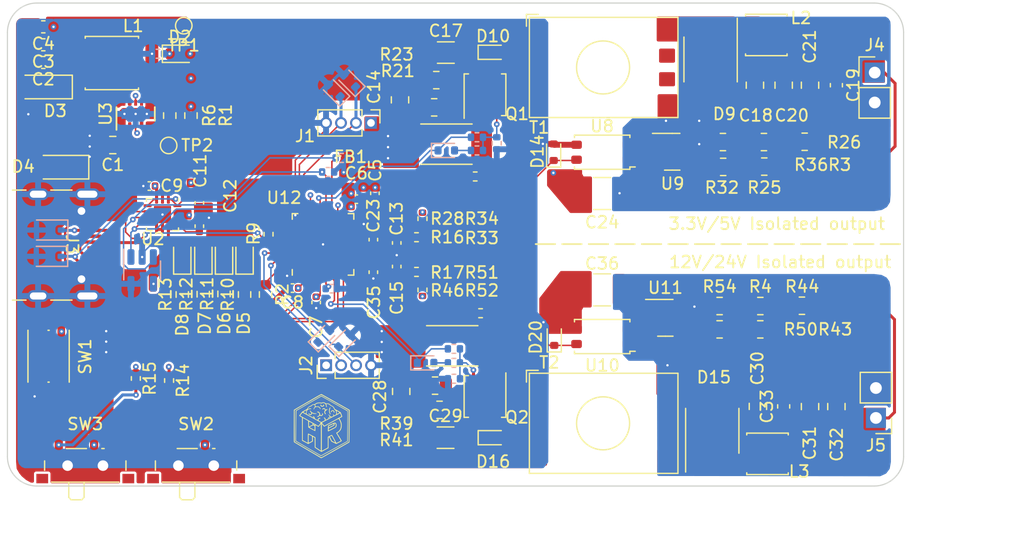
<source format=kicad_pcb>
(kicad_pcb (version 20221018) (generator pcbnew)
  (layers (0 "F.Cu" signal) (1 "In1.Cu" signal) (2 "In2.Cu" signal) (31 "B.Cu" signal) (34 "B.Paste" user) (35 "F.Paste" user) (36 "B.SilkS" user "B.Silkscreen") (37 "F.SilkS" user "F.Silkscreen") (38 "B.Mask" user) (39 "F.Mask" user) (44 "Edge.Cuts" user))
  (net 0 "")
  (net 1 "+3V3")
  (net 2 "Vout1_fb")
  (net 3 "NRST")
  (net 4 "Net-(J4-Pin_1)")
  (net 5 "GND1")
  (net 6 "Net-(D5-K)")
  (net 7 "VBUS")
  (net 8 "Iout2_fb")
  (net 9 "DRV1")
  (net 10 "Iout1_fb")
  (net 11 "DRV2")
  (net 12 "Net-(J5-Pin_1)")
  (net 13 "Net-(T1-AA)")
  (net 14 "Net-(D6-K)")
  (net 15 "Vout2_fb")
  (net 16 "Net-(D14-K)")
  (net 17 "Net-(D20-K)")
  (net 18 "Net-(D10-K)")
  (net 19 "Vout1_sel")
  (net 20 "Vout2_sel")
  (net 21 "SWCLK")
  (net 22 "UART_TX")
  (net 23 "UART_RX")
  (net 24 "Net-(Q1-G)")
  (net 25 "Net-(Q2-G)")
  (net 26 "Net-(Q2-S)")
  (net 27 "I2C1_SDA")
  (net 28 "I2C1_SCL")
  (net 29 "BOOT0")
  (net 30 "LED_3v3")
  (net 31 "LED_5v")
  (net 32 "LED_12v")
  (net 33 "LED_24v")
  (net 34 "Net-(SW2-A)")
  (net 35 "USB_INT")
  (net 36 "GND")
  (net 37 "Net-(D9-K)")
  (net 38 "Net-(D15-K)")
  (net 39 "Net-(D2-K)")
  (net 40 "Net-(D7-K)")
  (net 41 "Net-(D8-K)")
  (net 42 "Net-(D10-A)")
  (net 43 "Net-(D12-A)")
  (net 46 "Net-(SW3-A)")
  (net 47 "Net-(R21-Pad1)")
  (net 48 "Net-(R25-Pad1)")
  (net 49 "Net-(U9-REF)")
  (net 50 "Net-(U9-K)")
  (net 51 "Net-(R43-Pad1)")
  (net 52 "Net-(U11-K)")
  (net 53 "GND2")
  (net 54 "SWDIO")
  (net 55 "Net-(R26-Pad1)")
  (net 56 "Net-(Q1-S)")
  (net 61 "Net-(T2-AB)")
  (net 62 "Net-(R4-Pad2)")
  (net 69 "Net-(U12-VDDA)")
  (net 70 "Net-(U11-REF)")
  (net 71 "Net-(R39-Pad1)")
  (net 72 "Net-(D18-A)")
  (net 73 "Net-(D16-K)")
  (net 74 "Net-(D16-A)")
  (net 75 "Net-(D21-A1)")
  (net 76 "Net-(D19-A1)")
  (net 77 "Net-(J3-D+-PadA6)")
  (net 78 "Net-(J3-D--PadA7)")
  (net 79 "Net-(U3-SW)")
  (net 80 "Net-(U3-FB)")
  (footprint "Diode_SMD:D_SOD-123" (layer "F.Cu") (at 72.644 86.36 180)
    (fp_text reference "D3")
    (fp_text value "SMF3.3A" hide)
  )
  (footprint "Resistor_SMD:R_0603_1608Metric" (layer "F.Cu") (at 85.0656 88.7862 -90)
    (fp_text reference "R1")
    (fp_text value "160k" hide)
  )
  (footprint "Button_Switch_SMD:SW_Push_1P1T_NO_Vertical_Wuerth_434133025816" (layer "F.Cu") (at 72.9914 109.2126 90)
    (fp_text reference "SW1")
    (fp_text value "TSA017A2510A\n" hide)
  )
  (footprint "Resistor_SMD:R_0805_2012Metric" (layer "F.Cu") (at 133.6567 91.0336)
    (fp_text reference "R3")
    (fp_text value "0" hide)
  )
  (footprint "Package_DFN_QFN:QFN-32-1EP_5x5mm_P0.5mm_EP3.45x3.45mm" (layer "F.Cu") (at 96.266 99.7204 90)
    (fp_text reference "U12")
    (fp_text value "STM32L432KCUx" hide)
  )
  (footprint "Capacitor_SMD:C_1210_3225Metric" (layer "F.Cu") (at 119.94 103.5812)
    (fp_text reference "C36")
    (fp_text value "1n/500V" hide)
  )
  (footprint "TestPoint:TestPoint_Pad_D1.0mm" (layer "F.Cu") (at 84.455 81.153)
    (fp_text reference "TP1")
    (fp_text value "TestPoint" hide)
  )
  (footprint "Inductor_SMD:L_Changjiang_FNR3012S" (layer "F.Cu") (at 133.858 81.9404)
    (fp_text reference "L2")
    (fp_text value "2.2u" hide)
  )
  (footprint "Diode_SMD:D_SOD-523" (layer "F.Cu") (at 110.682 116.1288)
    (fp_text reference "D16")
    (fp_text value "1N4148" hide)
  )
  (footprint "Capacitor_SMD:C_0805_2012Metric" (layer "F.Cu") (at 102.7938 87.4522 -90)
    (fp_text reference "C14")
    (fp_text value "10u/50V" hide)
  )
  (footprint "Resistor_SMD:R_0805_2012Metric" (layer "F.Cu") (at 133.3481 106.934)
    (fp_text reference "R43")
    (fp_text value "360" hide)
  )
  (footprint "Package_SON:Diodes_PowerDI3333-8" (layer "F.Cu") (at 110.0012 87.019 90)
    (fp_text reference "Q1")
    (fp_text value "FDMC86520L" hide)
  )
  (footprint "Capacitor_SMD:C_0805_2012Metric" (layer "F.Cu") (at 139.8016 113.4872 90)
    (fp_text reference "C32")
    (fp_text value "10u/50V" hide)
  )
  (footprint "Resistor_SMD:R_2512_6332Metric" (layer "F.Cu") (at 106.7308 91.2114 180)
    (fp_text reference "R34")
    (fp_text value "1" hide)
  )
  (footprint "Capacitor_SMD:C_0805_2012Metric" (layer "F.Cu") (at 137.5664 86.2076 -90)
    (fp_text reference "C21")
    (fp_text value "10u/50V" hide)
  )
  (footprint "Connector_USB:USB_C_Receptacle_GCT_USB4105-xx-A_16P_TopMnt_Horizontal" (layer "F.Cu") (at 73.175 99.78 -90)
    (fp_text reference "J3")
    (fp_text value "USB_C_Receptacle_USB2.0" hide)
  )
  (footprint "Capacitor_SMD:C_0805_2012Metric" (layer "F.Cu") (at 137.5664 113.4872 90)
    (fp_text reference "C31")
    (fp_text value "10u/50V" hide)
  )
  (footprint "Package_TO_SOT_SMD:SOT-23" (layer "F.Cu") (at 125.2959 105.9536)
    (fp_text reference "U11")
    (fp_text value "TL431DBZ" hide)
  )
  (footprint "Resistor_SMD:R_0805_2012Metric" (layer "F.Cu") (at 105.7656 111.7092 180)
    (fp_text reference "R39")
    (fp_text value "100" hide)
  )
  (footprint "Resistor_SMD:R_0805_2012Metric" (layer "F.Cu") (at 137.1111 91.0082)
    (fp_text reference "R26")
    (fp_text value "10k" hide)
  )
  (footprint "Capacitor_SMD:C_0402_1005Metric" (layer "F.Cu") (at 85.7758 98.1736 90)
    (fp_text reference "C12")
    (fp_text value "330p" hide)
  )
  (footprint "Package_SON:WSON-10-1EP_2x3mm_P0.5mm_EP0.84x2.4mm_ThermalVias" (layer "F.Cu") (at 80.3732 88.646 90)
    (fp_text reference "U3")
    (fp_text value "TPS62177DQC" hide)
  )
  (footprint "Resistor_SMD:R_0805_2012Metric" (layer "F.Cu") (at 129.8975 104.9528)
    (fp_text reference "R54")
    (fp_text value "10k" hide)
  )
  (footprint "Diode_SMD:D_SOD-123F" (layer "F.Cu") (at 74.1904 93.1672 180)
    (fp_text reference "D4")
    (fp_text value "SMF28A" hide)
  )
  (footprint "Package_TO_SOT_SMD:Nexperia_CFP15_SOT-1289" (layer "F.Cu") (at 129.2758 115.5428 -90)
    (fp_text reference "D15")
    (fp_text value "PMEG045V100EPE" hide)
  )
  (footprint "Capacitor_SMD:C_0402_1005Metric" (layer "F.Cu") (at 102.5144 101.6 90)
    (fp_text reference "C15")
    (fp_text value "100n" hide)
  )
  (footprint "Diode_SMD:D_SOD-523" (layer "F.Cu") (at 115.8748 107.5944 90)
    (fp_text reference "D20")
    (fp_text value "MM5Z3V3" hide)
  )
  (footprint "Capacitor_SMD:C_0603_1608Metric" (layer "F.Cu") (at 72.5424 81.2532 180)
    (fp_text reference "C4")
    (fp_text value "0.1u")
  )
  (footprint "Diode_SMD:D_SOD-523" (layer "F.Cu") (at 110.679 83.4136)
    (fp_text reference "D10")
    (fp_text value "1N4148" hide)
  )
  (footprint "User:Transformer_ER9.5_11.6mmx8.2mm" (layer "F.Cu") (at 120.015 84.6996)
    (fp_text reference "T1")
    (fp_text value "EFD10" hide)
  )
  (footprint "OptoDevice:Panasonic_APV-AQY_SSOP-4_4.45x2.65mm_P1.27mm" (layer "F.Cu") (at 119.94 91.8972 180)
    (fp_text reference "U8")
    (fp_text value "EL3H7(C)(TA)-G" hide)
  )
  (footprint "Package_DFN_QFN:WQFN-14-1EP_2.5x2.5mm_P0.5mm_EP1.45x1.45mm" (layer "F.Cu") (at 82.65 97.1875 -90)
    (fp_text reference "U2")
    (fp_text value "FUSB302BMPX" hide)
  )
  (footprint "Resistor_SMD:R_2512_6332Metric" (layer "F.Cu") (at 107.2227 108.331 180)
    (fp_text reference "R52")
    (fp_text value "1" hide)
  )
  (footprint "Resistor_SMD:R_0402_1005Metric" (layer "F.Cu") (at 104.6988 97.538 -90)
    (fp_text reference "R28")
    (fp_text value "10k" hide)
  )
  (footprint "Capacitor_SMD:C_0402_1005Metric" (layer "F.Cu") (at 99.086 95.8829)
    (fp_text reference "C6")
    (fp_text value "0.1u" hide)
  )
  (footprint "Resistor_SMD:R_0603_1608Metric" (layer "F.Cu") (at 86.106 103.949 90)
    (fp_text reference "R12")
    (fp_text value "499" hide)
  )
  (footprint "Resistor_SMD:R_0805_2012Metric" (layer "F.Cu") (at 130.1788 91.0336)
    (fp_text reference "R36")
    (fp_text value "10k" hide)
  )
  (footprint "Package_TO_SOT_SMD:Nexperia_CFP15_SOT-1289" (layer "F.Cu") (at 129.1336 84.0228 90)
    (fp_text reference "D9")
    (fp_text value "PMEG045V100EPE" hide)
  )
  (footprint "Capacitor_SMD:C_0402_1005Metric" (layer "F.Cu") (at 81.5366 94.7674 180)
    (fp_text reference "C9")
    (fp_text value "0.1u" hide)
  )
  (footprint "Resistor_SMD:R_0603_1608Metric" (layer "F.Cu") (at 89.6112 103.974 90)
    (fp_text reference "R10")
    (fp_text value "499" hide)
  )
  (footprint "Capacitor_SMD:C_0402_1005Metric" (layer "F.Cu") (at 93.6778 103.4288 180)
    (fp_text reference "C8")
    (fp_text value "0.1u" hide)
  )
  (footprint "Resistor_SMD:R_0402_1005Metric" (layer "F.Cu") (at 109.6264 105.5624)
    (fp_text reference "R51")
    (fp_text value "1k" hide)
  )
  (footprint "Diode_SMD:D_0603_1608Metric" (layer "F.Cu") (at 86.1172 100.7635 90)
    (fp_text reference "D7")
    (fp_text value "LED" hide)
  )
  (footprint "Resistor_SMD:R_0805_2012Metric" (layer "F.Cu") (at 130.2 93.1418)
    (fp_text reference "R32")
    (fp_text value "NC" hide)
  )
  (footprint "Resistor_SMD:R_0603_1608Metric" (layer "F.Cu") (at 91.3892 103.9754 -90)
    (fp_text reference "R2")
    (fp_text value "499")
  )
  (footprint "Package_SON:Diodes_PowerDI3333-8" (layer "F.Cu") (at 110.0012 112.629 -90)
    (fp_text reference "Q2")
    (fp_text value "FDMC86520L" hide)
  )
  (footprint "Resistor_SMD:R_0402_1005Metric" (layer "F.Cu") (at 109.1712 93.9546)
    (fp_text reference "R33")
    (fp_text value "1k" hide)
  )
  (footprint "Connector_PinHeader_1.27mm:PinHeader_1x04_P1.27mm_Vertical" (layer "F.Cu") (at 100.33 89.408 -90)
    (fp_text reference "J1")
    (fp_text value "1.27mm 1x4P" hide)
  )
  (footprint "Resistor_SMD:R_0402_1005Metric" (layer "F.Cu") (at 83.2104 111.2774 -90)
    (fp_text reference "R14")
    (fp_text value "1k")
  )
  (footprint "Capacitor_SMD:C_0603_1608Metric" (layer "F.Cu") (at 72.5424 84.2772 180)
    (fp_text reference "C2")
    (fp_text value "10u/6.3V")
  )
  (footprint "Resistor_SMD:R_0603_1608Metric" (layer "F.Cu") (at 84.328 103.974 90)
    (fp_text reference "R13")
    (fp_text value "499" hide)
  )
  (footprint "Capacitor_SMD:C_0402_1005Metric" (layer "F.Cu") (at 100.5332 102.08 -90)
    (fp_text reference "C35")
    (fp_text value "47p" hide)
  )
  (footprint "Diode_SMD:D_0603_1608Metric" (layer "F.Cu") (at 87.8698 100.7634 90)
    (fp_text reference "D6")
    (fp_text value "LED" hide)
  )
  (footprint "Resistor_SMD:R_0805_2012Metric" (layer "F.Cu") (at 105.8691 85.7758 180)
    (fp_text reference "R23")
    (fp_text value "100" hide)
  )
  (footprint "Resistor_SMD:R_0805_2012Metric" (layer "F.Cu") (at 105.6913 88.0872 180)
    (fp_text reference "R21")
    (fp_text value "100" hide)
  )
  (footprint "Connector_PinHeader_2.54mm:PinHeader_1x02_P2.54mm_Vertical" (layer "F.Cu") (at 143.0528 85.1358)
    (fp_text reference "J4")
    (fp_text value "2.54mm terminal" hide)
  )
  (footprint "Capacitor_SMD:C_1206_3216Metric" (layer "F.Cu") (at 106.6546 116.1288)
    (fp_text reference "C29")
    (fp_text value "222/100V")
  )
  (footprint "Diode_SMD:D_SOD-523" (layer "F.Cu") (at 115.824 91.8972 90)
    (fp_text reference "D14")
    (fp_text value "MM5Z3V3" hide)
  )
  (footprint "Capacitor_SMD:C_0402_1005Metric" (layer "F.Cu") (at 95.6818 104.648 -90)
    (fp_text reference "C7")
    (fp_text value "0.1u" hide)
  )
  (footprint "Connector_PinHeader_1.27mm:PinHeader_1x04_P1.27mm_Vertical" (layer "F.Cu") (at 96.53 109.982 90)
    (fp_text reference "J2")
    (fp_text value "1.27mm 1x4P" hide)
  )
  (footprint "Diode_SMD:D_0603_1608Metric" (layer "F.Cu") (at 84.328 100.7617 90)
    (fp_text reference "D8")
    (fp_text value "LED" hide)
  )
  (footprint "Capacitor_SMD:C_0402_1005Metric" (layer "F.Cu") (at 100.666 95.3829 -90)
    (fp_text reference "C5")
    (fp_text value "0.1u" hide)
  )
  (footprint "Resistor_SMD:R_0402_1005Metric" (layer "F.Cu") (at 104.1908 102.0572)
    (fp_text reference "R17")
    (fp_text value "1k" hide)
  )
  (footprint "Capacitor_SMD:C_1206_3216Metric" (layer "F.Cu") (at 106.68 83.439)
    (fp_text reference "C17")
    (fp_text value "222/100V")
  )
  (footprint "Inductor_SMD:L_Changjiang_FNR4010S" (layer "F.Cu") (at 78.3576 84.328 180)
    (fp_text reference "L1")
    (fp_text value "10uH" hide)
  )
  (footprint "Resistor_SMD:R_0402_1005Metric" (layer "F.Cu") (at 80.391 111.0996 -90)
    (fp_text reference "R15")
    (fp_text value "1k")
  )
  (footprint "Capacitor_SMD:C_0603_1608Metric" (layer "F.Cu") (at 72.5424 82.7772 180)
    (fp_text reference "C3")
    (fp_text value "10u/6.3V")
  )
  (footprint "Button_Switch_SMD:SW_SPDT_PCM12" (layer "F.Cu") (at 76.102 118.17)
    (fp_text reference "SW3")
    (fp_text value "K3-1296S-E1" hide)
  )
  (footprint "Resistor_SMD:R_0805_2012Metric" (layer "F.Cu") (at 136.8787 104.9274)
    (fp_text reference "R44")
    (fp_text value "48k" hide)
  )
  (footprint "Package_TO_SOT_SMD:SOT-23" (layer "F.Cu") (at 125.8801 91.8566)
    (fp_text reference "U9")
    (fp_text value "TL431DBZ" hide)
  )
  (footprint "Capacitor_SMD:C_1210_3225Metric" (layer "F.Cu") (at 119.94 95.4024)
    (fp_text reference "C24")
    (fp_text value "1n/500V" hide)
  )
  (footprint "Resistor_SMD:R_0402_1005Metric" (layer "F.Cu") (at 104.6988 103.5832 90)
    (fp_text reference "R46")
    (fp_text value "10k" hide)
  )
  (footprint "Diode_SMD:D_0603_1608Metric" (layer "F.Cu") (at 89.6112 100.7617 90)
    (fp_text reference "D5")
    (fp_text value "LED" hide)
  )
  (footprint "Resistor_SMD:R_0805_2012Metric" (layer "F.Cu") (at 129.8975 106.934)
    (fp_text reference "R50")
    (fp_text value "NC" hide)
  )
  (footprint "Capacitor_SMD:C_0603_1608Metric" (layer "F.Cu") (at 135.3312 113.472 90)
    (fp_text reference "C33")
    (fp_text value "0.1u")
  )
  (footprint "Capacitor_SMD:C_0402_1005Metric" (layer "F.Cu") (at 102.5144 99.596 -90)
    (fp_text reference "C13")
    (fp_text value "100n" hide)
  )
  (footprint "Resistor_SMD:R_0402_1005Metric" (layer "F.Cu") (at 91.6432 98.8568 -90)
    (fp_text reference "R9")
    (fp_text value "4.7k" hide)
  )
  (footprint "Inductor_SMD:L_Changjiang_FNR3012S" (layer "F.Cu") (at 133.9596 117.5004)
    (fp_text reference "L3")
    (fp_text value "2.2u" hide)
  )
  (footprint "User:Transformer_ER9.5_11.6mmx8.2mm" (layer "F.Cu") (at 120.015 114.9096)
    (fp_text reference "T2")
    (fp_text value "EFD10" hide)
  )
  (footprint "Inductor_SMD:L_0402_1005Metric" (layer "F.Cu") (at 99.091 94.8829 180)
    (fp_text reference "FB1")
    (fp_text value "220Ω@100MHz" hide)
  )
  (footprint "Capacitor_SMD:C_0402_1005Metric" (layer "F.Cu") (at 85.7758 96.1924 -90)
    (fp_text reference "C11")
    (fp_text value "330p" hide)
  )
  (footprint "Resistor_SMD:R_0805_2012Metric" (layer "F.Cu") (at 106.1466 113.7666 180)
    (fp_text reference "R41")
    (fp_text value "100" hide)
  )
  (footprint "Resistor_SMD:R_0402_1005Metric" (layer "F.Cu") (at 104.1908 99.1108)
    (fp_text reference "R16")
    (fp_text value "1k" hide)
  )
  (footprint "OptoDevice:Panasonic_APV-AQY_SSOP-4_4.45x2.65mm_P1.27mm" (layer "F.Cu") (at 119.94 107.5436 180)
    (fp_text reference "U10")
    (fp_text value "EL3H7(C)(TA)-G" hide)
  )
  (footprint "Connector_PinHeader_2.54mm:PinHeader_1x02_P2.54mm_Vertical" (layer "F.Cu") (at 143.1544 114.4524 180)
    (fp_text reference "J5")
    (fp_text value "2.54mm terminal" hide)
  )
  (footprint "Capacitor_SMD:C_0603_1608Metric" (layer "F.Cu") (at 139.8016 86.2076 -90)
    (fp_text reference "C19")
    (fp_text value "0.1u")
  )
  (footprint "User:HR_logo_6mmx6mm" (layer "F.Cu") (at 96.139 115.062)
    (fp_text reference "G***" hide)
    (fp_text value "LOGO" hide)
  )
  (footprint "Capacitor_SMD:C_0805_2012Metric" (layer "F.Cu") (at 102.8954 112.202 90)
    (fp_text reference "C28")
    (fp_text value "10u/50V" hide)
  )
  (footprint "Resistor_SMD:R_0603_1608Metric" (layer "F.Cu") (at 87.8698 103.9249 90)
    (fp_text reference "R11")
    (fp_text value "499" hide)
  )
  (footprint "Resistor_SMD:R_0805_2012Metric" (layer "F.Cu") (at 133.3519 104.9528)
    (fp_text reference "R4")
    (fp_text value "0" hide)
  )
  (footprint "Button_Switch_SMD:SW_SPDT_PCM12" (layer "F.Cu") (at 85.5 118.17)
    (fp_text reference "SW2")
    (fp_text value "K3-1296S-E1" hide)
  )
  (footprint "Resistor_SMD:R_0603_1608Metric" (layer "F.Cu") (at 83.2656 88.7862 90)
    (fp_text reference "R6")
    (fp_text value "51k" hide)
  )
  (footprint "Capacitor_SMD:C_0805_2012Metric" (layer "F.Cu") (at 135.3312 86.2076 -90)
    (fp_text reference "C20")
    (fp_text value "10u/50V" hide)
  )
  (footprint "Capacitor_SMD:C_0805_2012Metric" (layer "F.Cu") (at 133.1468 113.472 90)
    (fp_text reference "C30")
    (fp_text value "10u/50V" hide)
  )
  (footprint "Diode_SMD:D_0603_1608Metric" (layer "F.Cu") (at 84.1248 83.5406)
    (fp_text reference "D2")
    (fp_text value "LED")
  )
  (footprint "TestPoint:TestPoint_Pad_D1.0mm" (layer "F.Cu") (at 83.1736 91.3228)
    (fp_text reference "TP2")
    (fp_text value "TestPoint" hide)
  )
  (footprint "Resistor_SMD:R_0805_2012Metric" (layer "F.Cu") (at 133.6859 93.1164)
    (fp_text reference "R25")
    (fp_text value "360" hide)
  )
  (footprint "Capacitor_SMD:C_0805_2012Metric" (layer "F.Cu") (at 78.4352 91.2876 180)
    (fp_text reference "C1")
    (fp_text value "10uF/50V")
  )
  (footprint "Capacitor_SMD:C_0402_1005Metric" (layer "F.Cu") (at 100.5332 99.3166 90)
    (fp_text reference "C23")
    (fp_text value "47p" hide)
  )
  (footprint "Capacitor_SMD:C_0805_2012Metric" (layer "F.Cu") (at 132.8928 86.2076 -90)
    (fp_text reference "C18")
    (fp_text value "10u/50V" hide)
  )
  (footprint "Diode_SMD:D_SOD-523" (layer "B.Cu") (at 98.5266 85.852 135)
    (fp_text reference "D11" hide)
    (fp_text value "MM5Z3V3" hide)
  )
  (footprint "Diode_SMD:D_SOD-523" (layer "B.Cu") (at 96.329825 107.530575 45)
    (fp_text reference "D17" hide)
    (fp_text value "MM5Z3V3" hide)
  )
  (footprint "Diode_SMD:D_SOD-523" (layer "B.Cu") (at 106.7196 91.7448)
    (fp_text reference "D12" hide)
    (fp_text value "1N4148" hide)
  )
  (footprint "Resistor_SMD:R_0402_1005Metric" (layer "B.Cu") (at 82.2706 83.5406 180)
    (fp_text reference "R5" hide)
    (fp_text value "1k" hide)
  )
  (footprint "Capacitor_SMD:C_0402_1005Metric" (layer "B.Cu") (at 96.9772 103.4796)
    (fp_text reference "C10" hide)
    (fp_text value "0.1u" hide)
  )
  (footprint "Diode_SMD:D_SOD-523" (layer "B.Cu") (at 97.218825 86.677825 135)
    (fp_text reference "D1" hide)
    (fp_text value "MM5Z3V3" hide)
  )
  (footprint "Diode_SMD:D_SOD-323" (layer "B.Cu") (at 73.0164 98.5012 180)
    (fp_text reference "D19" hide)
    (fp_text value "CDSOD323-T05LC" hide)
  )
  (footprint "Resistor_SMD:R_0402_1005Metric" (layer "B.Cu") (at 110.998 91.1352 90)
    (fp_text reference "R30" hide)
    (fp_text value "10k" hide)
  )
  (footprint "Resistor_SMD:R_0402_1005Metric" (layer "B.Cu") (at 107.3638 108.585 180)
    (fp_text reference "R42" hide)
    (fp_text value "10" hide)
  )
  (footprint "Resistor_SMD:R_0402_1005Metric" (layer "B.Cu") (at 96.6978 93.5736 180)
    (fp_text reference "R8" hide)
    (fp_text value "4.7k" hide)
  )
  (footprint "Diode_SMD:D_SOD-523" (layer "B.Cu") (at 98.081775 107.912225 45)
    (fp_text reference "D13" hide)
    (fp_text value "MM5Z3V3" hide)
  )
  (footprint "Diode_SMD:D_SOD-323" (layer "B.Cu") (at 72.9996 100.7364 180)
    (fp_text reference "D21" hide)
    (fp_text value "CDSOD323-T05LC" hide)
  )
  (footprint "Resistor_SMD:R_0402_1005Metric" (layer "B.Cu") (at 107.3658 111.125)
    (fp_text reference "R48" hide)
    (fp_text value "10k" hide)
  )
  (footprint "Resistor_SMD:R_0402_1005Metric" (layer "B.Cu") (at 109.3216 90.6272 180)
    (fp_text reference "R24" hide)
    (fp_text value "10" hide)
  )
  (footprint "Diode_SMD:D_SOD-523" (layer "B.Cu") (at 104.964 109.7788)
    (fp_text reference "D18" hide)
    (fp_text value "1N4148" hide)
  )
  (footprint "Resistor_SMD:R_0402_1005Metric" (layer "B.Cu") (at 107.3638 109.7788)
    (fp_text reference "R47" hide)
    (fp_text value "10" hide)
  )
  (footprint "Resistor_SMD:R_0402_1005Metric" (layer "B.Cu") (at 109.3216 91.7448)
    (fp_text reference "R29" hide)
    (fp_text value "10" hide)
  )
  (footprint "Package_TO_SOT_SMD:SOT-23-5" (layer "B.Cu") (at 80.9244 101.9302 -90)
    (fp_text reference "U4" hide)
    (fp_text value "K24C02" hide)
  )
  (footprint "Resistor_SMD:R_0402_1005Metric" (layer "B.Cu") (at 97.8408 92.3798 180)
    (fp_text reference "R7" hide)
    (fp_text value "4.7k" hide)
  )
  (gr_line (start 114.3 99.695) (end 145.415 99.695) (stroke (width 0.15) (type dash)) (layer "F.SilkS"))
  (gr_line (start 69.5 81.732233) (end 69.5 117.732233) (stroke (width 0.1)) (layer "Edge.Cuts"))
  (gr_line (start 72 120.232233) (end 143 120.232233) (stroke (width 0.1)) (layer "Edge.Cuts"))
  (gr_arc (start 69.5 81.732233) (mid 70.232233 79.964466) (end 72 79.232233) (stroke (width 0.1)) (layer "Edge.Cuts"))
  (gr_line (start 72 79.232233) (end 143 79.232233) (stroke (width 0.1)) (layer "Edge.Cuts"))
  (gr_arc (start 145.5 117.732233) (mid 144.767767 119.5) (end 143 120.232233) (stroke (width 0.1)) (layer "Edge.Cuts"))
  (gr_line (start 145.5 117.732233) (end 145.5 81.732233) (stroke (width 0.1)) (layer "Edge.Cuts"))
  (gr_arc (start 72 120.232233) (mid 70.232233 119.5) (end 69.5 117.732233) (stroke (width 0.1)) (layer "Edge.Cuts"))
  (gr_arc (start 143 79.232233) (mid 144.767767 79.964466) (end 145.5 81.732233) (stroke (width 0.1)) (layer "Edge.Cuts"))
  (gr_text "3.3V/5V Isolated output" (at 125.476 98.552) (layer "F.SilkS") (effects (font (size 1 1) (thickness 0.153)) (justify left bottom)))
  (gr_text "12V/24V Isolated output" (at 125.5268 101.8032) (layer "F.SilkS") (effects (font (size 1 1) (thickness 0.153)) (justify left bottom)))
  (segment (start 83.9125 97.1804) (end 84.8614 97.1804) (width 0.127) (layer "F.Cu") (net 1))
  (segment (start 82.15 95.925) (end 82.15 94.9008) (width 0.254) (layer "F.Cu") (net 1))
  (segment (start 83.2104 110.7674) (end 83.2104 110.1344) (width 0.25) (layer "F.Cu") (net 1))
  (segment (start 84.8614 97.1804) (end 84.9122 97.2312) (width 0.127) (layer "F.Cu") (net 1))
  (segment (start 80.391 110.5896) (end 80.391 110.109) (width 0.25) (layer "F.Cu") (net 1))
  (segment (start 81.3875 96.4375) (end 81.9 95.925) (width 0.127) (layer "F.Cu") (net 1))
  (segment (start 83.9125 96.9375) (end 83.9125 97.1804) (width 0.127) (layer "F.Cu") (net 1))
  (segment (start 80.3656 89.6112) (end 80.3656 90.1446) (width 0.127) (layer "F.Cu") (net 1))
  (segment (start 80.3656 87.0966) (end 80.3656 87.7112) (width 0.127) (layer "F.Cu") (net 1))
  (segment (start 83.9125 97.1804) (end 83.9125 97.4375) (width 0.127) (layer "F.Cu") (net 1))
  (segment (start 83.2104 110.1344) (end 83.185 110.109) (width 0.25) (layer "F.Cu") (net 1))
  (segment (start 82.15 94.9008) (end 82.0166 94.7674) (width 0.254) (layer "F.Cu") (net 1))
  (segment (start 81.9 95.925) (end 82.15 95.925) (width 0.127) (layer "F.Cu") (net 1))
  (segment (start 83.185 110.109) (end 83.185 110.11) (width 0.5) (layer "F.Cu") (net 1))
  (segment (start 80.3656 90.1446) (end 80.4926 90.2716) (width 0.127) (layer "F.Cu") (net 1))
  (via (at 85.0646 88.011) (size 0.48) (drill 0.2) (layers "F.Cu" "B.Cu") (net 1))
  (via (at 104.6988 96.9772) (size 0.48) (drill 0.2) (layers "F.Cu" "B.Cu") (net 1))
  (via (at 80.4926 90.2716) (size 0.48) (drill 0.2) (layers "F.Cu" "B.Cu") (net 1))
  (via (at 100.6856 94.8944) (size 0.48) (drill 0.2) (layers "F.Cu" "B.Cu") (net 1))
  (via (at 82.0166 94.7674) (size 0.48) (drill 0.2) (layers "F.Cu" "B.Cu") (net 1))
  (via (at 80.3656 87.0966) (size 0.48) (drill 0.2) (layers "F.Cu" "B.Cu") (net 1))
  (via (at 84.9998 83.5406) (size 0.48) (drill 0.2) (layers "F.Cu" "B.Cu") (net 1))
  (via (at 85.0646 85.6234) (size 0.48) (drill 0.2) (layers "F.Cu" "B.Cu") (net 1))
  (via (at 84.9122 97.2312) (size 0.48) (drill 0.2) (layers "F.Cu" "B.Cu") (net 1))
  (via (at 83.185 110.109) (size 0.48) (drill 0.2) (layers "F.Cu" "B.Cu") (net 1))
  (via (at 85.0646 94.488) (size 0.48) (drill 0.2) (layers "F.Cu" "B.Cu") (net 1))
  (via (at 80.391 110.109) (size 0.48) (drill 0.2) (layers "F.Cu" "B.Cu") (net 1))
  (via (at 99.695 94.8944) (size 0.48) (drill 0.2) (layers "F.Cu" "B.Cu") (net 1))
  (via (at 104.6988 104.14) (size 0.48) (drill 0.2) (layers "F.Cu" "B.Cu") (net 1))
  (via (at 81.8896 103.0732) (size 0.48) (drill 0.2) (layers "F.Cu" "B.Cu") (net 1))
  (via (at 73.404898 81.253199) (size 0.48) (drill 0.2) (layers "F.Cu" "B.Cu") (net 1))
  (via (at 98.0186 93.599) (size 0.48) (drill 0.2) (layers "F.Cu" "B.Cu") (net 1))
  (segment (start 98.0186 93.599) (end 98.0186 92.7628) (width 0.4) (layer "B.Cu") (net 1))
  (segment (start 97.9932 92.7374) (end 98.3508 92.3798) (width 0.4) (layer "B.Cu") (net 1))
  (segment (start 98.0186 92.7628) (end 97.9932 92.7374) (width 0.4) (layer "B.Cu") (net 1))
  (segment (start 98.3508 92.436404) (end 98.3508 92.3798) (width 0.4) (layer "B.Cu") (net 1))
  (segment (start 97.2078 93.5736) (end 97.213604 93.5736) (width 0.4) (layer "B.Cu") (net 1))
  (segment (start 97.213604 93.5736) (end 98.3508 92.436404) (width 0.4) (layer "B.Cu") (net 1))
  (segment (start 98.7035 100.4704) (end 98.7155 100.4824) (width 0.127) (layer "F.Cu") (net 2))
  (segment (start 98.7155 100.4824) (end 100.8888 100.4824) (width 0.127) (layer "F.Cu") (net 2))
  (segment (start 100.8888 100.4824) (end 102.2552 99.116) (width 0.127) (layer "F.Cu") (net 2))
  (segment (start 103.6756 99.116) (end 103.6808 99.1108) (width 0.127) (layer "F.Cu") (net 2))
  (segment (start 102.5144 99.116) (end 103.6756 99.116) (width 0.127) (layer "F.Cu") (net 2))
  (segment (start 102.2552 99.116) (end 102.5144 99.116) (width 0.127) (layer "F.Cu") (net 2))
  (segment (start 74.0664 111.2876) (end 74.0664 107.1626) (width 0.25) (layer "F.Cu") (net 3))
  (segment (start 96.016 104.0704) (end 96.016 102.1579) (width 0.127) (layer "F.Cu") (net 3))
  (segment (start 95.6818 104.168) (end 95.9184 104.168) (width 0.127) (layer "F.Cu") (net 3))
  (segment (start 95.9184 104.168) (end 96.016 104.0704) (width 0.127) (layer "F.Cu") (net 3))
  (via (at 95.6818 104.168) (size 0.48) (drill 0.2) (layers "F.Cu" "B.Cu") (net 3))
  (via (at 74.0918 107.1118) (size 0.48) (drill 0.2) (layers "F.Cu" "B.Cu") (net 3))
  (segment (start 138.0236 91.0082) (end 140.1318 93.1164) (width 0.254) (layer "F.Cu") (net 4))
  (segment (start 143.8606 85.1358) (end 143.0528 85.1358) (width 0.254) (layer "F.Cu") (net 4))
  (segment (start 143.0528 93.1164) (end 144.78 91.3892) (width 0.254) (layer "F.Cu") (net 4))
  (segment (start 141.4526 93.1164) (end 143.0528 93.1164) (width 0.254) (layer "F.Cu") (net 4))
  (segment (start 134.5984 93.1164) (end 141.4526 93.1164) (width 0.254) (layer "F.Cu") (net 4))
  (segment (start 144.78 91.3892) (end 144.78 86.0552) (width 0.254) (layer "F.Cu") (net 4))
  (segment (start 144.78 86.0552) (end 143.8606 85.1358) (width 0.254) (layer "F.Cu") (net 4))
  (segment (start 140.1318 93.1164) (end 141.4526 93.1164) (width 0.254) (layer "F.Cu") (net 4))
  (segment (start 126.8176 91.8566) (end 128.4433 91.8566) (width 0.254) (layer "F.Cu") (net 5))
  (segment (start 128.4433 91.8566) (end 129.2663 91.0336) (width 0.254) (layer "F.Cu") (net 5))
  (via (at 128.1684 89.2302) (size 0.48) (drill 0.2) (layers "F.Cu" "B.Cu") (net 5))
  (via (at 128.1684 91.2114) (size 0.48) (drill 0.2) (layers "F.Cu" "B.Cu") (net 5))
  (via (at 125.349 89.2302) (size 0.48) (drill 0.2) (layers "F.Cu" "B.Cu") (net 5))
  (via (at 121.412 95.377) (size 0.48) (drill 0.2) (layers "F.Cu" "B.Cu") (net 5))
  (segment (start 89.6112 101.5492) (end 89.6112 103.149) (width 0.254) (layer "F.Cu") (net 6))
  (segment (start 76.666 97.569) (end 76.855 97.38) (width 0.2) (layer "F.Cu") (net 7))
  (segment (start 76.693 97.542) (end 76.855 97.38) (width 0.254) (layer "F.Cu") (net 7))
  (segment (start 74.3966 101.0666) (end 74.3966 98.4504) (width 0.2) (layer "F.Cu") (net 7))
  (segment (start 74.3966 98.4504) (end 75.278 97.569) (width 0.2) (layer "F.Cu") (net 7))
  (segment (start 82.65 95.925) (end 82.65 91.8464) (width 0.25) (layer "F.Cu") (net 7))
  (segment (start 76.061251 101.991) (end 75.321 101.991) (width 0.2) (layer "F.Cu") (net 7))
  (segment (start 76.855 102.18) (end 76.682 102.007) (width 0.254) (layer "F.Cu") (net 7))
  (segment (start 75.7936 93.1164) (end 75.5904 92.9132) (width 0.25) (layer "F.Cu") (net 7))
  (segment (start 75.278 97.569) (end 76.666 97.569) (width 0.2) (layer "F.Cu") (net 7))
  (segment (start 76.088251 102.018) (end 76.061251 101.991) (width 0.2) (layer "F.Cu") (net 7))
  (segment (start 75.321 101.991) (end 74.3966 101.0666) (width 0.2) (layer "F.Cu") (net 7))
  (segment (start 82.65 91.8464) (end 83.1736 91.3228) (width 0.25) (layer "F.Cu") (net 7))
  (segment (start 76.855 102.18) (end 76.693 102.018) (width 0.254) (layer "F.Cu") (net 7))
  (segment (start 76.682 97.553) (end 76.855 97.38) (width 0.254) (layer "F.Cu") (net 7))
  (segment (start 76.693 102.018) (end 76.088251 102.018) (width 0.2) (layer "F.Cu") (net 7))
  (segment (start 100.1776 101.4704) (end 100.4036 101.4704) (width 0.127) (layer "F.Cu") (net 8))
  (segment (start 100.81 101.4704) (end 100.1776 101.4704) (width 0.127) (layer "F.Cu") (net 8))
  (segment (start 109.1164 105.5624) (end 104.902 105.5624) (width 0.127) (layer "F.Cu") (net 8))
  (segment (start 98.7035 101.4704) (end 100.1776 101.4704) (width 0.127) (layer "F.Cu") (net 8))
  (segment (start 100.4036 101.4704) (end 100.5332 101.6) (width 0.127) (layer "F.Cu") (net 8))
  (segment (start 104.902 105.5624) (end 100.81 101.4704) (width 0.127) (layer "F.Cu") (net 8))
  (segment (start 96.016 95.889) (end 95.9104 95.7834) (width 0.127) (layer "F.Cu") (net 9))
  (segment (start 96.016 97.2829) (end 96.016 95.889) (width 0.127) (layer "F.Cu") (net 9))
  (via (at 95.9104 95.7834) (size 0.48) (drill 0.2) (layers "F.Cu" "B.Cu") (net 9))
  (segment (start 97.491664 95.631) (end 100.031664 93.091) (width 0.127) (layer "B.Cu") (net 9))
  (segment (start 107.1372 90.6272) (end 106.0196 91.7448) (width 0.127) (layer "B.Cu") (net 9))
  (segment (start 95.9104 95.7834) (end 97.3328 95.7834) (width 0.127) (layer "B.Cu") (net 9))
  (segment (start 108.8116 90.6272) (end 107.1372 90.6272) (width 0.127) (layer "B.Cu") (net 9))
  (segment (start 97.4852 95.631) (end 97.491664 95.631) (width 0.127) (layer "B.Cu") (net 9))
  (segment (start 105.3592 91.7448) (end 106.0196 91.7448) (width 0.127) (layer "B.Cu") (net 9))
  (segment (start 100.031664 93.091) (end 104.013 93.091) (width 0.127) (layer "B.Cu") (net 9))
  (segment (start 97.3328 95.7834) (end 97.4852 95.631) (width 0.127) (layer "B.Cu") (net 9))
  (segment (start 104.013 93.091) (end 105.3592 91.7448) (width 0.127) (layer "B.Cu") (net 9))
  (segment (start 100.7404 99.9704) (end 98.7035 99.9704) (width 0.127) (layer "F.Cu") (net 10))
  (segment (start 106.7562 93.9546) (end 100.7404 99.9704) (width 0.127) (layer "F.Cu") (net 10))
  (segment (start 108.6612 93.9546) (end 106.7562 93.9546) (width 0.127) (layer "F.Cu") (net 10))
  (segment (start 97.2312 104.4702) (end 97.2312 102.7964) (width 0.127) (layer "F.Cu") (net 11))
  (segment (start 97.016 102.5812) (end 97.016 102.1579) (width 0.127) (layer "F.Cu") (net 11))
  (segment (start 97.2312 102.7964) (end 97.016 102.5812) (width 0.127) (layer "F.Cu") (net 11))
  (segment (start 96.9264 104.775) (end 97.2312 104.4702) (width 0.127) (layer "F.Cu") (net 11))
  (via (at 96.9264 104.775) (size 0.48) (drill 0.2) (layers "F.Cu" "B.Cu") (net 11))
  (segment (start 104.264 109.393943) (end 104.264 109.7788) (width 0.127) (layer "B.Cu") (net 11))
  (segment (start 96.9518 104.8004) (end 99.670457 104.8004) (width 0.127) (layer "B.Cu") (net 11))
  (segment (start 99.670457 104.8004) (end 104.264 109.393943) (width 0.127) (layer "B.Cu") (net 11))
  (segment (start 105.4578 108.585) (end 104.264 109.7788) (width 0.127) (layer "B.Cu") (net 11))
  (segment (start 96.9264 104.775) (end 96.9518 104.8004) (width 0.127) (layer "B.Cu") (net 11))
  (segment (start 106.8538 108.585) (end 105.4578 108.585) (width 0.127) (layer "B.Cu") (net 11))
  (segment (start 134.2606 106.934) (end 135.7846 106.934) (width 0.254) (layer "F.Cu") (net 12))
  (segment (start 144.7292 106.0958) (end 144.7292 113.9698) (width 0.254) (layer "F.Cu") (net 12))
  (segment (start 144.2466 114.4524) (end 143.1544 114.4524) (width 0.254) (layer "F.Cu") (net 12))
  (segment (start 137.7912 104.9274) (end 143.5608 104.9274) (width 0.254) (layer "F.Cu") (net 12))
  (segment (start 135.7846 106.934) (end 137.7912 104.9274) (width 0.254) (layer "F.Cu") (net 12))
  (segment (start 143.5608 104.9274) (end 144.7292 106.0958) (width 0.254) (layer "F.Cu") (net 12))
  (segment (start 144.7292 113.9698) (end 144.2466 114.4524) (width 0.254) (layer "F.Cu") (net 12))
  (segment (start 87.8698 101.5509) (end 87.8698 103.0999) (width 0.254) (layer "F.Cu") (net 14))
  (segment (start 103.658 102.08) (end 103.6808 102.0572) (width 0.127) (layer "F.Cu") (net 15))
  (segment (start 102.1054 102.08) (end 102.5144 102.08) (width 0.127) (layer "F.Cu") (net 15))
  (segment (start 98.7035 100.9704) (end 100.9958 100.9704) (width 0.127) (layer "F.Cu") (net 15))
  (segment (start 100.9958 100.9704) (end 102.1054 102.08) (width 0.127) (layer "F.Cu") (net 15))
  (segment (start 102.5144 102.08) (end 103.658 102.08) (width 0.127) (layer "F.Cu") (net 15))
  (segment (start 109.2708 99.1108) (end 115.7844 92.5972) (width 0.127) (layer "F.Cu") (net 16))
  (segment (start 115.7844 92.5972) (end 115.824 92.5972) (width 0.127) (layer "F.Cu") (net 16))
  (segment (start 117.7 92.5972) (end 117.765 92.5322) (width 0.127) (layer "F.Cu") (net 16))
  (segment (start 115.824 92.5972) (end 117.7 92.5972) (width 0.127) (layer "F.Cu") (net 16))
  (segment (start 104.6988 99.1088) (end 104.7008 99.1108) (width 0.127) (layer "F.Cu") (net 16))
  (segment (start 104.7008 99.1108) (end 109.2708 99.1108) (width 0.127) (layer "F.Cu") (net 16))
  (segment (start 104.6988 98.048) (end 104.6988 99.1088) (width 0.127) (layer "F.Cu") (net 16))
  (segment (start 117.6492 108.2944) (end 117.765 108.1786) (width 0.127) (layer "F.Cu") (net 17))
  (segment (start 115.8748 108.2944) (end 117.6492 108.2944) (width 0.127) (layer "F.Cu") (net 17))
  (segment (start 104.7008 102.0572) (end 104.7008 103.0712) (width 0.127) (layer "F.Cu") (net 17))
  (segment (start 115.4572 108.2944) (end 115.8748 108.2944) (width 0.127) (layer "F.Cu") (net 17))
  (segment (start 109.22 102.0572) (end 115.4572 108.2944) (width 0.127) (layer "F.Cu") (net 17))
  (segment (start 104.7008 103.0712) (end 104.6988 103.0732) (width 0.127) (layer "F.Cu") (net 17))
  (segment (start 104.7008 102.0572) (end 109.22 102.0572) (width 0.127) (layer "F.Cu") (net 17))
  (segment (start 108.2425 83.439) (end 109.9536 83.439) (width 0.5) (layer "F.Cu") (net 18))
  (segment (start 106.7816 84.8999) (end 108.2425 83.439) (width 0.5) (layer "F.Cu") (net 18))
  (segment (start 109.9536 83.439) (end 109.979 83.4136) (width 0.5) (layer "F.Cu") (net 18))
  (segment (start 106.7816 85.7758) (end 106.7816 84.8999) (width 0.5) (layer "F.Cu") (net 18))
  (segment (start 97.516 97.2829) (end 97.516 96.413) (width 0.127) (layer "F.Cu") (net 19))
  (segment (start 97.516 96.413) (end 97.536 96.393) (width 0.127) (layer "F.Cu") (net 19))
  (via (at 86.25 116.74) (size 0.48) (drill 0.2) (layers "F.Cu" "B.Cu") (net 19))
  (via (at 97.536 96.393) (size 0.48) (drill 0.2) (layers "F.Cu" "B.Cu") (net 19))
  (segment (start 95.1992 96.567566) (end 95.516 96.884366) (width 0.127) (layer "F.Cu") (net 20))
  (segment (start 95.1992 95.5294) (end 95.1992 96.567566) (width 0.127) (layer "F.Cu") (net 20))
  (segment (start 95.516 96.884366) (end 95.516 97.2829) (width 0.127) (layer "F.Cu") (net 20))
  (segment (start 76.852 116.74) (end 76.852 116.740002) (width 0.127) (layer "F.Cu") (net 20))
  (via (at 95.1992 95.5294) (size 0.48) (drill 0.2) (layers "F.Cu" "B.Cu") (net 20))
  (via (at 76.852 116.740002) (size 0.48) (drill 0.2) (layers "F.Cu" "B.Cu") (net 20))
  (segment (start 94.2594 96.874743) (end 94.516 97.131343) (width 0.127) (layer "F.Cu") (net 21))
  (segment (start 94.2594 92.9386) (end 94.2594 96.874743) (width 0.127) (layer "F.Cu") (net 21))
  (segment (start 94.516 97.131343) (end 94.516 97.2829) (width 0.127) (layer "F.Cu") (net 21))
  (segment (start 97.79 89.408) (end 94.2594 92.9386) (width 0.127) (layer "F.Cu") (net 21))
  (segment (start 97.536 89.154) (end 97.79 89.408) (width 0.25) (layer "B.Cu") (net 21))
  (segment (start 97.79 87.249) (end 97.7138 87.1728) (width 0.254) (layer "B.Cu") (net 21))
  (segment (start 97.79 89.408) (end 97.79 87.249) (width 0.254) (layer "B.Cu") (net 21))
  (segment (start 92.587 99.9704) (end 93.8285 99.9704) (width 0.127) (layer "F.Cu") (net 22))
  (segment (start 91.313 100.457) (end 92.1004 100.457) (width 0.127) (layer "F.Cu") (net 22))
  (segment (start 92.1004 100.457) (end 92.587 99.9704) (width 0.127) (layer "F.Cu") (net 22))
  (via (at 91.313 100.457) (size 0.48) (drill 0.2) (layers "F.Cu" "B.Cu") (net 22))
  (segment (start 97.8 109.982) (end 97.8 109.6872) (width 0.127) (layer "B.Cu") (net 22))
  (segment (start 96.13835 108.02555) (end 95.83485 108.02555) (width 0.127) (layer "B.Cu") (net 22))
  (segment (start 97.8 109.6872) (end 96.13835 108.02555) (width 0.127) (layer "B.Cu") (net 22))
  (segment (start 95.83485 107.97475) (end 95.9423 107.8673) (width 0.127) (layer "B.Cu") (net 22))
  (segment (start 91.313 100.457) (end 91.258421 100.511579) (width 0.127) (layer "B.Cu") (net 22))
  (segment (start 91.258421 103.183421) (end 95.9423 107.8673) (width 0.127) (layer "B.Cu") (net 22))
  (segment (start 91.258421 100.511579) (end 91.258421 103.183421) (width 0.127) (layer "B.Cu") (net 22))
  (segment (start 95.83485 108.02555) (end 95.83485 107.97475) (width 0.127) (layer "B.Cu") (net 22))
  (segment (start 92.8998 100.4704) (end 93.8285 100.4704) (width 0.127) (layer "F.Cu") (net 23))
  (segment (start 91.8464 101.5238) (end 92.8998 100.4704) (width 0.127) (layer "F.Cu") (net 23))
  (via (at 91.8464 101.5238) (size 0.48) (drill 0.2) (layers "F.Cu" "B.Cu") (net 23))
  (segment (start 97.291438 108.203438) (end 99.07 109.982) (width 0.127) (layer "B.Cu") (net 23))
  (segment (start 97.028 108.203438) (end 97.291438 108.203438) (width 0.127) (layer "B.Cu") (net 23))
  (segment (start 91.8464 103.021838) (end 97.028 108.203438) (width 0.127) (layer "B.Cu") (net 23))
  (segment (start 91.8464 101.5238) (end 91.8464 103.021838) (width 0.127) (layer "B.Cu") (net 23))
  (segment (start 110.998 88.519) (end 110.998 89.523966) (width 0.127) (layer "F.Cu") (net 24))
  (segment (start 110.998 89.523966) (end 110.998001 89.523967) (width 0.127) (layer "F.Cu") (net 24))
  (via (at 110.998001 89.523967) (size 0.48) (drill 0.2) (layers "F.Cu" "B.Cu") (net 24))
  (segment (start 110.998 90.6252) (end 110.998 89.523968) (width 0.127) (layer "B.Cu") (net 24))
  (segment (start 110.996 90.6272) (end 110.998 90.6252) (width 0.127) (layer "B.Cu") (net 24))
  (segment (start 109.8316 90.6272) (end 110.996 90.6272) (width 0.127) (layer "B.Cu") (net 24))
  (segment (start 110.998001 89.523965) (end 110.998001 89.523967) (width 0.127) (layer "B.Cu") (net 24))
  (segment (start 110.965418 89.491382) (end 110.998001 89.523965) (width 0.127) (layer "B.Cu") (net 24))
  (segment (start 110.998 89.523968) (end 110.998001 89.523967) (width 0.127) (layer "B.Cu") (net 24))
  (segment (start 109.8316 90.6272) (end 109.8316 91.7448) (width 0.127) (layer "B.Cu") (net 24))
  (segment (start 109.0262 111.129) (end 109.0262 110.3978) (width 0.254) (layer "F.Cu") (net 25))
  (segment (start 109.0262 110.3978) (end 109.0168 110.3884) (width 0.254) (layer "F.Cu") (net 25))
  (via (at 109.0168 110.3884) (size 0.48) (drill 0.2) (layers "F.Cu" "B.Cu") (net 25))
  (segment (start 108.4072 109.7788) (end 107.8738 109.7788) (width 0.127) (layer "B.Cu") (net 25))
  (segment (start 107.8738 109.7788) (end 107.8738 108.585) (width 0.127) (layer "B.Cu") (net 25))
  (segment (start 109.0168 110.3884) (end 108.4072 109.7788) (width 0.127) (layer "B.Cu") (net 25))
  (segment (start 107.8758 109.7808) (end 107.8738 109.7788) (width 0.127) (layer "B.Cu") (net 25))
  (segment (start 107.8758 111.125) (end 107.8758 109.7808) (width 0.127) (layer "B.Cu") (net 25))
  (segment (start 110.1852 108.331) (end 110.1852 105.5664) (width 0.127) (layer "F.Cu") (net 26))
  (segment (start 96.516 93.9018) (end 96.1878 93.5736) (width 0.127) (layer "F.Cu") (net 27))
  (segment (start 80.2767 98.4123) (end 80.7515 97.9375) (width 0.127) (layer "F.Cu") (net 27))
  (segment (start 96.516 97.2829) (end 96.516 93.9018) (width 0.127) (layer "F.Cu") (net 27))
  (segment (start 80.7515 97.9375) (end 81.3875 97.9375) (width 0.127) (layer "F.Cu") (net 27))
  (via (at 96.1878 93.5736) (size 0.48) (drill 0.2) (layers "F.Cu" "B.Cu") (net 27))
  (via (at 80.2767 98.4123) (size 0.48) (drill 0.2) (layers "F.Cu" "B.Cu") (net 27))
  (segment (start 82.145455 98.4041) (end 83.826355 96.7232) (width 0.127) (layer "B.Cu") (net 27))
  (segment (start 80.2849 98.4041) (end 82.145455 98.4041) (width 0.127) (layer "B.Cu") (net 27))
  (segment (start 80.2767 98.4123) (end 80.2849 98.4041) (width 0.127) (layer "B.Cu") (net 27))
  (segment (start 79.9744 98.7146) (end 79.9744 100.7927) (width 0.127) (layer "B.Cu") (net 27))
  (segment (start 83.826355 96.7232) (end 87.9094 96.7232) (width 0.127) (layer "B.Cu") (net 27))
  (segment (start 80.2767 98.4123) (end 79.9744 98.7146) (width 0.127) (layer "B.Cu") (net 27))
  (segment (start 87.9094 96.7232) (end 91.059 93.5736) (width 0.127) (layer "B.Cu") (net 27))
  (segment (start 91.059 93.5736) (end 96.1878 93.5736) (width 0.127) (layer "B.Cu") (net 27))
  (segment (start 80.3117 97.4375) (end 81.3875 97.4375) (width 0.127) (layer "F.Cu") (net 28))
  (segment (start 97.016 97.2829) (end 97.016 92.6946) (width 0.127) (layer "F.Cu") (net 28))
  (segment (start 97.016 97.2829) (end 97.009498 97.276398) (width 0.254) (layer "F.Cu") (net 28))
  (segment (start 97.016 92.6946) (end 97.3308 92.3798) (width 0.127) (layer "F.Cu") (net 28))
  (segment (start 80.137 97.6122) (end 80.3117 97.4375) (width 0.127) (layer "F.Cu") (net 28))
  (via (at 97.3308 92.3798) (size 0.48) (drill 0.2) (layers "F.Cu" "B.Cu") (net 28))
  (via (at 80.137 97.6122) (size 0.48) (drill 0.2) (layers "F.Cu" "B.Cu") (net 28))
  (segment (start 79.737623 101.8032) (end 81.161177 101.8032) (width 0.127) (layer "B.Cu") (net 28))
  (segment (start 90.004877 94.1329) (end 89.998788 94.138988) (width 0.127) (layer "B.Cu") (net 28))
  (segment (start 79.3496 98.3996) (end 79.3496 101.415177) (width 0.127) (layer "B.Cu") (net 28))
  (segment (start 81.382461 96.366739) (end 87.771037 96.366739) (width 0.127) (layer "B.Cu") (net 28))
  (segment (start 81.8744 101.089977) (end 81.8744 100.7927) (width 0.127) (layer "B.Cu") (net 28))
  (segment (start 80.137 97.6122) (end 79.3496 98.3996) (width 0.127) (layer "B.Cu") (net 28))
  (segment (start 80.137 97.6122) (end 81.382461 96.366739) (width 0.127) (layer "B.Cu") (net 28))
  (segment (start 97.3308 92.3798) (end 91.757976 92.3798) (width 0.127) (layer "B.Cu") (net 28))
  (segment (start 81.161177 101.8032) (end 81.8744 101.089977) (width 0.127) (layer "B.Cu") (net 28))
  (segment (start 87.771037 96.366739) (end 89.998788 94.138988) (width 0.127) (layer "B.Cu") (net 28))
  (segment (start 91.757976 92.3798) (end 89.998788 94.138988) (width 0.127) (layer "B.Cu") (net 28))
  (segment (start 79.3496 101.415177) (end 79.737623 101.8032) (width 0.127) (layer "B.Cu") (net 28))
  (segment (start 93.378348 100.9704) (end 93.8285 100.9704) (width 0.127) (layer "F.Cu") (net 29))
  (segment (start 91.3892 102.959548) (end 93.378348 100.9704) (width 0.127) (layer "F.Cu") (net 29))
  (segment (start 91.3892 103.1504) (end 91.3892 102.959548) (width 0.127) (layer "F.Cu") (net 29))
  (segment (start 92.955635 105.5116) (end 95.016 103.451235) (width 0.127) (layer "F.Cu") (net 30))
  (segment (start 89.6112 104.799) (end 90.3238 105.5116) (width 0.127) (layer "F.Cu") (net 30))
  (segment (start 95.016 103.451235) (end 95.016 102.1579) (width 0.127) (layer "F.Cu") (net 30))
  (segment (start 90.3238 105.5116) (end 92.955635 105.5116) (width 0.127) (layer "F.Cu") (net 30))
  (segment (start 93.167699 105.765101) (end 95.516 103.4168) (width 0.127) (layer "F.Cu") (net 31))
  (segment (start 88.885001 105.765101) (end 93.167699 105.765101) (width 0.127) (layer "F.Cu") (net 31))
  (segment (start 87.8698 104.7499) (end 88.885001 105.765101) (width 0.127) (layer "F.Cu") (net 31))
  (segment (start 95.516 103.4168) (end 95.516 102.1579) (width 0.127) (layer "F.Cu") (net 31))
  (segment (start 87.350602 106.018602) (end 96.851198 106.018602) (width 0.127) (layer "F.Cu") (net 32))
  (segment (start 86.106 104.774) (end 87.350602 106.018602) (width 0.127) (layer "F.Cu") (net 32))
  (segment (start 97.519499 102.161399) (end 97.516 102.1579) (width 0.127) (layer "F.Cu") (net 32))
  (segment (start 96.851198 106.018602) (end 97.519499 105.350301) (width 0.127) (layer "F.Cu") (net 32))
  (segment (start 97.519499 105.350301) (end 97.519499 102.161399) (width 0.127) (layer "F.Cu") (net 32))
  (segment (start 97.9932 105.4862) (end 97.207297 106.272103) (width 0.127) (layer "F.Cu") (net 33))
  (segment (start 98.016 102.1579) (end 97.9932 102.1807) (width 0.127) (layer "F.Cu") (net 33))
  (segment (start 85.801103 106.272103) (end 84.328 104.799) (width 0.127) (layer "F.Cu") (net 33))
  (segment (start 97.207297 106.272103) (end 85.801103 106.272103) (width 0.127) (layer "F.Cu") (net 33))
  (segment (start 97.9932 102.1807) (end 97.9932 105.4862) (width 0.127) (layer "F.Cu") (net 33))
  (segment (start 83.25 116.74) (end 83.25 111.51) (width 0.254) (layer "F.Cu") (net 34))
  (segment (start 83.25 111.51) (end 83.185 111.445) (width 0.254) (layer "F.Cu") (net 34))
  (segment (start 91.444 99.4704) (end 90.7288 98.7552) (width 0.127) (layer "F.Cu") (net 35))
  (segment (start 80.0751 96.9375) (end 81.3875 96.9375) (width 0.127) (layer "F.Cu") (net 35))
  (segment (start 93.8285 99.4704) (end 91.444 99.4704) (width 0.127) (layer "F.Cu") (net 35))
  (segment (start 79.5274 98.679) (end 79.5274 97.4852) (width 0.127) (layer "F.Cu") (net 35))
  (segment (start 80.0608 99.2124) (end 79.5274 98.679) (width 0.127) (layer "F.Cu") (net 35))
  (segment (start 80.8736 99.2124) (end 80.0608 99.2124) (width 0.127) (layer "F.Cu") (net 35))
  (segment (start 79.5274 97.4852) (end 80.0751 96.9375) (width 0.127) (layer "F.Cu") (net 35))
  (segment (start 81.1784 98.9076) (end 80.8736 99.2124) (width 0.127) (layer "F.Cu") (net 35))
  (via (at 81.1784 98.9076) (size 0.48) (drill 0.2) (layers "F.Cu" "B.Cu") (net 35))
  (via (at 90.7288 98.7552) (size 0.48) (drill 0.2) (layers "F.Cu" "B.Cu") (net 35))
  (segment (start 81.1784 98.9076) (end 81.3308 98.7552) (width 0.127) (layer "B.Cu") (net 35))
  (segment (start 81.3308 98.7552) (end 90.7288 98.7552) (width 0.127) (layer "B.Cu") (net 35))
  (segment (start 72.1 95.46) (end 76.28 95.46) (width 0.254) (layer "F.Cu") (net 36))
  (segment (start 76.28 96.005) (end 76.855 96.58) (width 0.254) (layer "F.Cu") (net 36))
  (segment (start 82.15 98.45) (end 82.65 98.45) (width 0.254) (layer "F.Cu") (net 36))
  (segment (start 82.65 98.45) (end 82.65 97.1875) (width 0.254) (layer "F.Cu") (net 36))
  (segment (start 96.52 89.9668) (end 93.915813 92.570987) (width 0.127) (layer "F.Cu") (net 36))
  (segment (start 82.15 97.6875) (end 82.65 97.1875) (width 0.254) (layer "F.Cu") (net 36))
  (segment (start 93.1978 102.1011) (end 93.8035 101.4954) (width 0.4) (layer "F.Cu") (net 36))
  (segment (start 117.765 91.2622) (end 115.889 91.2622) (width 0.5) (layer "F.Cu") (net 36))
  (segment (start 114.9208 91.1972) (end 114.9096 91.186) (width 0.5) (layer "F.Cu") (net 36))
  (segment (start 93.1978 102.4434) (end 93.1978 102.4076) (width 0.4) (layer "F.Cu") (net 36))
  (segment (start 93.1978 102.4076) (end 93.218 102.3874) (width 0.4) (layer "F.Cu") (net 36))
  (segment (start 76.28 103.555) (end 76.855 102.98) (width 0.254) (layer "F.Cu") (net 36))
  (segment (start 72.1 104.1) (end 76.28 104.1) (width 0.254) (layer "F.Cu") (net 36))
  (segment (start 93.1978 102.4838) (end 93.218 102.4636) (width 0.4) (layer "F.Cu") (net 36))
  (segment (start 76.28 104.1) (end 76.28 103.555) (width 0.254) (layer "F.Cu") (net 36))
  (segment (start 100.5332 102.616) (end 100.5332 102.56) (width 0.254) (layer "F.Cu") (net 36))
  (segment (start 93.1978 102.3672) (end 93.1978 102.1011) (width 0.4) (layer "F.Cu") (net 36))
  (segment (start 93.218 102.4636) (end 93.1978 102.4434) (width 0.4) (layer "F.Cu") (net 36))
  (segment (start 93.915813 92.570987) (end 93.915813 97.243213) (width 0.127) (layer "F.Cu") (net 36))
  (segment (start 93.8035 101.4954) (end 93.8285 101.4954) (width 0.4) (layer "F.Cu") (net 36))
  (segment (start 91.8262 104.8004) (end 93.1978 103.4288) (width 0.4) (layer "F.Cu") (net 36))
  (segment (start 96.52 89.408) (end 96.52 89.9668) (width 0.127) (layer "F.Cu") (net 36))
  (segment (start 82.15 98.45) (end 82.15 97.6875) (width 0.254) (layer "F.Cu") (net 36))
  (segment (start 91.3892 104.8004) (end 91.8262 104.8004) (width 0.4) (layer "F.Cu") (net 36))
  (segment (start 76.28 95.46) (end 76.28 96.005) (width 0.254) (layer "F.Cu") (net 36))
  (segment (start 93.218 102.3874) (end 93.1978 102.3672) (width 0.4) (layer "F.Cu") (net 36))
  (segment (start 102.5144 101.12) (end 102.5144 100.076) (width 0.254) (layer "F.Cu") (net 36))
  (segment (start 115.889 91.2622) (end 115.824 91.1972) (width 0.5) (layer "F.Cu") (net 36))
  (segment (start 115.824 91.1972) (end 114.9208 91.1972) (width 0.5) (layer "F.Cu") (net 36))
  (segment (start 93.1978 103.4288) (end 93.1978 102.4838) (width 0.4) (layer "F.Cu") (net 36))
  (via (at 77.8764 107.9754) (size 0.48) (drill 0.2) (layers "F.Cu" "B.Cu") (net 36))
  (via (at 114.9096 91.186) (size 0.48) (drill 0.2) (layers "F.Cu" "B.Cu") (net 36))
  (via (at 101.2444 108.8644) (size 0.48) (drill 0.2) (layers "F.Cu" "B.Cu") (net 36))
  (via (at 99.7204 97.9932) (size 0.48) (drill 0.2) (layers "F.Cu" "B.Cu") (net 36))
  (via (at 95.6818 105.128) (size 0.48) (drill 0.2) (layers "F.Cu" "B.Cu") (net 36))
  (via (at 76.4794 92.2782) (size 0.48) (drill 0.2) (layers "F.Cu" "B.Cu") (net 36))
  (via (at 77.8764 108.8644) (size 0.48) (drill 0.2) (layers "F.Cu" "B.Cu") (net 36))
  (via (at 101.7778 90.5256) (size 0.48) (drill 0.2) (layers "F.Cu" "B.Cu") (net 36))
  (via (at 76.4794 90.5002) (size 0.48) (drill 0.2) (layers "F.Cu" "B.Cu") (net 36))
  (via (at 86.5886 97.4598) (size 0.48) (drill 0.2) (layers "F.Cu" "B.Cu") (net 36))
  (via (at 77.8764 107.0864) (size 0.48) (drill 0.2) (layers "F.Cu" "B.Cu") (net 36))
  (via (at 96.266 99.7204) (size 0.48) (drill 0.2) (layers "F.Cu" "B.Cu") (net 36))
  (via (at 71.8058 112.6236) (size 0.48) (drill 0.2) (layers "F.Cu" "B.Cu") (net 36))
  (via (at 102.5144 100.6348) (size 0.48) (drill 0.2) (layers "F.Cu" "B.Cu") (net 36))
  (via (at 101.7778 92.4052) (size 0.48) (drill 0.2) (layers "F.Cu" "B.Cu") (net 36))
  (via (at 80.9244 100.7927) (size 0.48) (drill 0.2) (layers "F.Cu" "B.Cu") (net 36))
  (via (at 100.5332 102.616) (size 0.48) (drill 0.2) (layers "F.Cu" "B.Cu") (net 36))
  (via (at 76.4794 91.4146) (size 0.48) (drill 0.2) (layers "F.Cu" "B.Cu") (net 36))
  (via (at 81.026 94.7674) (size 0.48) (drill 0.2) (layers "F.Cu" "B.Cu") (net 36))
  (via (at 101.2444 108.0008) (size 0.48) (drill 0.2) (layers "F.Cu" "B.Cu") (net 36))
  (via (at 101.2444 107.0864) (size 0.48) (drill 0.2) (layers "F.Cu" "B.Cu") (net 36))
  (via (at 82.649999 97.187499) (size 0.48) (drill 0.2) (layers "F.Cu" "B.Cu") (net 36))
  (via (at 115.7986 93.6498) (size 0.48) (drill 0.2) (layers "F.Cu" "B.Cu") (net 36))
  (via (at 114.9604 106.3244) (size 0.48) (drill 0.2) (layers "F.Cu" "B.Cu") (net 36))
  (via (at 93.218 102.3874) (size 0.48) (drill 0.2) (layers "F.Cu" "B.Cu") (net 36))
  (via (at 93.915813 97.243213) (size 0.48) (drill 0.2) (layers "F.Cu" "B.Cu") (net 36))
  (via (at 101.7778 91.4654) (size 0.48) (drill 0.2) (layers "F.Cu" "B.Cu") (net 36))
  (via (at 71.2724 88.6714) (size 0.48) (drill 0.2) (layers "F.Cu" "B.Cu") (net 36))
  (via (at 81.7606 83.5406) (size 0.48) (drill 0.2) (layers "F.Cu" "B.Cu") (net 36))
  (segment (start 82.3297 102.1417) (end 81.284419 102.1417) (width 0.127) (layer "B.Cu") (net 36))
  (segment (start 96.52 86.3867) (end 96.72385 86.18285) (width 0.254) (layer "B.Cu") (net 36))
  (segment (start 96.52 89.408) (end 96.52 86.3867) (width 0.254) (layer "B.Cu") (net 36))
  (segment (start 80.358419 103.0677) (end 79.9744 103.0677) (width 0.127) (layer "B.Cu") (net 36))
  (segment (start 71.9328 103.9328) (end 72.1 104.1) (width 0.254) (layer "B.Cu") (net 36))
  (segment (start 97.549675 85.357025) (end 96.72385 86.18285) (width 0.254) (layer "B.Cu") (net 36))
  (segment (start 81.284419 102.1417) (end 80.358419 103.0677) (width 0.127) (layer "B.Cu") (net 36))
  (segment (start 82.2899 99.8667) (end 82.5754 100.1522) (width 0.127) (layer "B.Cu") (net 36))
  (segment (start 81.553123 99.8667) (end 82.2899 99.8667) (width 0.127) (layer "B.Cu") (net 36))
  (segment (start 103.505 111.125) (end 101.2444 108.8644) (width 0.127) (layer "B.Cu") (net 36))
  (segment (start 106.8558 111.125) (end 103.505 111.125) (width 0.127) (layer "B.Cu") (net 36))
  (segment (start 82.5754 101.896) (end 82.3297 102.1417) (width 0.127) (layer "B.Cu") (net 36))
  (segment (start 72.1 95.46) (end 71.9836 95.5764) (width 0.254) (layer "B.Cu") (net 36))
  (segment (start 80.9244 100.7927) (end 80.9244 100.495423) (width 0.127) (layer "B.Cu") (net 36))
  (segment (start 80.9244 100.495423) (end 81.553123 99.8667) (width 0.127) (layer "B.Cu") (net 36))
  (segment (start 114.4504 91.6452) (end 114.9096 91.186) (width 0.254) (layer "B.Cu") (net 36))
  (segment (start 82.5754 100.1522) (end 82.5754 101.896) (width 0.127) (layer "B.Cu") (net 36))
  (segment (start 110.998 91.6452) (end 114.4504 91.6452) (width 0.254) (layer "B.Cu") (net 36))
  (segment (start 98.031625 85.357025) (end 97.549675 85.357025) (width 0.254) (layer "B.Cu") (net 36))
  (via (at 83.249799 83.540599) (size 0.48) (drill 0.2) (layers "F.Cu" "B.Cu") (net 39))
  (segment (start 83.249798 83.5406) (end 83.249799 83.540599) (width 0.127) (layer "B.Cu") (net 39))
  (segment (start 82.7806 83.5406) (end 83.249798 83.5406) (width 0.127) (layer "B.Cu") (net 39))
  (segment (start 86.1172 101.551) (end 86.1172 103.1128) (width 0.254) (layer "F.Cu") (net 40))
  (segment (start 86.1172 103.1128) (end 86.106 103.124) (width 0.254) (layer "F.Cu") (net 40))
  (segment (start 84.328 101.5492) (end 84.328 103.149) (width 0.254) (layer "F.Cu") (net 41))
  (segment (start 108.8116 91.7448) (end 107.4196 91.7448) (width 0.127) (layer "B.Cu") (net 43))
  (segment (start 73.852 116.74) (end 73.852 116.648) (width 0.127) (layer "F.Cu") (net 46))
  (segment (start 80.391 112.491) (end 80.4 112.5) (width 0.127) (layer "F.Cu") (net 46))
  (segment (start 80.391 111.76) (end 80.391 112.491) (width 0.254) (layer "F.Cu") (net 46))
  (via (at 80.4 112.5) (size 0.48) (drill 0.2) (layers "F.Cu" "B.Cu") (net 46))
  (via (at 73.852 116.74) (size 0.48) (drill 0.2) (layers "F.Cu" "B.Cu") (net 46))
  (segment (start 75.03 116.74) (end 73.852 116.74) (width 0.254) (layer "B.Cu") (net 46))
  (segment (start 80.4 112.5) (end 79.27 112.5) (width 0.254) (layer "B.Cu") (net 46))
  (segment (start 79.27 112.5) (end 75.03 116.74) (width 0.254) (layer "B.Cu") (net 46))
  (segment (start 106.6038 87.423) (end 106.6038 88.2396) (width 0.5) (layer "F.Cu") (net 47))
  (segment (start 104.9566 85.7758) (end 106.6038 87.423) (width 0.5) (layer "F.Cu") (net 47))
  (segment (start 122.115 92.5322) (end 124.0454 94.4626) (width 0.254) (layer "F.Cu") (net 48))
  (segment (start 131.1205 93.1418) (end 132.748 93.1418) (width 0.254) (layer "F.Cu") (net 48))
  (segment (start 132.748 93.1418) (end 132.7734 93.1164) (width 0.254) (layer "F.Cu") (net 48))
  (segment (start 129.7997 94.4626) (end 131.1205 93.1418) (width 0.254) (layer "F.Cu") (net 48))
  (segment (start 124.0454 94.4626) (end 129.7997 94.4626) (width 0.254) (layer "F.Cu") (net 48))
  (segment (start 124.9426 90.9066) (end 126.4412 90.9066) (width 0.254) (layer "F.Cu") (net 49))
  (segment (start 131.0913 91.0336) (end 132.7442 91.0336) (width 0.254) (layer "F.Cu") (net 49))
  (segment (start 126.4412 90.9066) (end 127.3412 90.0066) (width 0.254) (layer "F.Cu") (net 49))
  (segment (start 127.3412 90.0066) (end 130.0643 90.0066) (width 0.254) (layer "F.Cu") (net 49))
  (segment (start 130.0643 90.0066) (end 131.0913 91.0336) (width 0.254) (layer "F.Cu") (net 49))
  (segment (start 129.1787 93.2586) (end 129.2955 93.1418) (width 0.254) (layer "F.Cu") (net 50))
  (segment (start 122.1232 91.2622) (end 123.6676 92.8066) (width 0.254) (layer "F.Cu") (net 50))
  (segment (start 122.115 91.2622) (end 122.1232 91.2622) (width 0.254) (layer "F.Cu") (net 50))
  (segment (start 124.9426 92.8066) (end 124.963 92.8066) (width 0.254) (layer "F.Cu") (net 50))
  (segment (start 125.2982 93.1418) (end 129.2955 93.1418) (width 0.254) (layer "F.Cu") (net 50))
  (segment (start 123.6676 92.8066) (end 124.9426 92.8066) (width 0.254) (layer "F.Cu") (net 50))
  (segment (start 124.963 92.8066) (end 125.2982 93.1418) (width 0.254) (layer "F.Cu") (net 50))
  (segment (start 122.115 108.1786) (end 129.5146 108.1786) (width 0.254) (layer "F.Cu") (net 51))
  (segment (start 129.5146 108.1786) (end 130.7592 106.934) (width 0.254) (layer "F.Cu") (net 51))
  (segment (start 130.7592 106.934) (end 132.4356 106.934) (width 0.254) (layer "F.Cu") (net 51))
  (segment (start 124.3534 106.9086) (end 124.3584 106.9036) (width 0.254) (layer "F.Cu") (net 52))
  (segment (start 128.985 106.934) (end 124.3888 106.934) (width 0.25) (layer "F.Cu") (net 52))
  (segment (start 122.115 106.9086) (end 124.3534 106.9086) (width 0.254) (layer "F.Cu") (net 52))
  (segment (start 124.3888 106.934) (end 124.3584 106.9036) (width 0.25) (layer "F.Cu") (net 52))
  (segment (start 121.52392 103.5812) (end 121.539 103.505) (width 0.254) (layer "F.Cu") (net 53))
  (segment (start 121.539 103.505) (end 121.415 103.5812) (width 0.254) (layer "F.Cu") (net 53))
  (via (at 127.762 105.0036) (size 0.48) (drill 0.2) (layers "F.Cu" "B.Cu") (net 53))
  (via (at 125.476 109.982) (size 0.48) (drill 0.2) (layers "F.Cu" "B.Cu") (net 53))
  (segment (start 95.016 96.871057) (end 94.6404 96.495457) (width 0.127) (layer "F.Cu") (net 54))
  (segment (start 94.6404 93.7768) (end 99.0092 89.408) (width 0.127) (layer "F.Cu") (net 54))
  (segment (start 95.016 97.2829) (end 95.016 96.871057) (width 0.127) (layer "F.Cu") (net 54))
  (segment (start 99.0092 89.408) (end 99.06 89.408) (width 0.127) (layer "F.Cu") (net 54))
  (segment (start 94.6404 96.495457) (end 94.6404 93.7768) (width 0.127) (layer "F.Cu") (net 54))
  (segment (start 99.021575 86.346975) (end 99.06 86.3854) (width 0.254) (layer "B.Cu") (net 54))
  (segment (start 99.0854 89.3826) (end 99.06 89.408) (width 0.25) (layer "B.Cu") (net 54))
  (segment (start 99.06 86.3854) (end 99.06 89.408) (width 0.254) (layer "B.Cu") (net 54))
  (segment (start 134.5692 91.0336) (end 136.1732 91.0336) (width 0.254) (layer "F.Cu") (net 55))
  (segment (start 136.1732 91.0336) (end 136.1986 91.0082) (width 0.254) (layer "F.Cu") (net 55))
  (segment (start 109.6812 93.9546) (end 109.6812 91.2235) (width 0.127) (layer "F.Cu") (net 56))
  (segment (start 109.6812 91.2235) (end 109.6933 91.2114) (width 0.127) (layer "F.Cu") (net 56))
  (segment (start 134.2644 104.9528) (end 135.9408 104.9528) (width 0.254) (layer "F.Cu") (net 62))
  (segment (start 135.9408 104.9528) (end 135.9662 104.9274) (width 0.254) (layer "F.Cu") (net 62))
  (segment (start 94.516 102.1579) (end 94.516 103.070598) (width 0.127) (layer "F.Cu") (net 69))
  (segment (start 94.1578 103.4288) (end 94.1578 103.428798) (width 0.127) (layer "F.Cu") (net 69))
  (segment (start 96.516 103.086541) (end 96.516 102.1579) (width 0.127) (layer "F.Cu") (net 69))
  (segment (start 96.5148 102.1591) (end 96.516 102.1579) (width 0.127) (layer "F.Cu") (net 69))
  (segment (start 94.516 103.070598) (end 94.1578 103.428798) (width 0.127) (layer "F.Cu") (net 69))
  (segment (start 96.7282 103.298741) (end 96.516 103.086541) (width 0.127) (layer "F.Cu") (net 69))
  (via (at 98.6536 96.52) (size 0.48) (drill 0.2) (layers "F.Cu" "B.Cu") (net 69))
  (via (at 98.6536 95.4024) (size 0.48) (drill 0.2) (layers "F.Cu" "B.Cu") (net 69))
  (via (at 96.7282 103.298741) (size 0.48) (drill 0.2) (layers "F.Cu" "B.Cu") (net 69))
  (via (at 94.1578 103.428798) (size 0.48) (drill 0.2) (layers "F.Cu" "B.Cu") (net 69))
  (segment (start 96.4972 103.4796) (end 96.547341 103.4796) (width 0.127) (layer "B.Cu") (net 69))
  (segment (start 96.547341 103.4796) (end 96.7282 103.298741) (width 0.127) (layer "B.Cu") (net 69))
  (segment (start 126.238 103.9114) (end 129.7686 103.9114) (width 0.254) (layer "F.Cu") (net 70))
  (segment (start 132.4394 104.9528) (end 130.81 104.9528) (width 0.254) (layer "F.Cu") (net 70))
  (segment (start 130.7592 104.902) (end 130.7592 105.156) (width 0.254) (layer "F.Cu") (net 70))
  (segment (start 129.7686 103.9114) (end 130.7592 104.902) (width 0.254) (layer "F.Cu") (net 70))
  (segment (start 124.3584 105.0036) (end 125.1458 105.0036) (width 0.254) (layer "F.Cu") (net 70))
  (segment (start 125.1458 105.0036) (end 126.238 103.9114) (width 0.254) (layer "F.Cu") (net 70))
  (segment (start 105.2341 113.7666) (end 105.2341 113.1532) (width 0.5) (layer "F.Cu") (net 71))
  (segment (start 105.2341 113.1532) (end 106.6781 111.7092) (width 0.5) (layer "F.Cu") (net 71))
  (segment (start 105.664 109.7788) (end 106.8538 109.7788) (width 0.127) (layer "B.Cu") (net 72))
  (segment (start 107.0591 114.9708) (end 108.2171 116.1288) (width 0.5) (layer "F.Cu") (net 73))
  (segment (start 109.982 116.1288) (end 108.2171 116.1288) (width 0.5) (layer "F.Cu") (net 73))
  (segment (start 107.0591 113.7666) (end 107.0591 114.9708) (width 0.5) (layer "F.Cu") (net 73))
  (segment (start 75.2348 100.8888) (end 75.2348 100.7618) (width 0.25) (layer "F.Cu") (net 75))
  (segment (start 83.15 95.925) (end 83.211761 95.863239) (width 0.127) (layer "F.Cu") (net 75))
  (segment (start 84.6376 95.7124) (end 85.7758 95.7124) (width 0.127) (layer "F.Cu") (net 75))
  (segment (start 75.876 101.53) (end 75.2348 100.8888) (width 0.25) (layer "F.Cu") (net 75))
  (segment (start 83.9125 96.4375) (end 84.6376 95.7124) (width 0.127) (layer "F.Cu") (net 75))
  (segment (start 83.211761 95.863239) (end 83.765561 95.863239) (width 0.127) (layer "F.Cu") (net 75))
  (segment (start 75.876 101.53) (end 76.855 101.53) (width 0.25) (layer "F.Cu") (net 75))
  (segment (start 83.15 95.925) (end 83.4 95.925) (width 0.127) (layer "F.Cu") (net 75))
  (segment (start 83.4 95.925) (end 83.9125 96.4375) (width 0.127) (layer "F.Cu") (net 75))
  (via (at 75.2348 100.7618) (size 0.48) (drill 0.2) (layers "F.Cu" "B.Cu") (net 75))
  (via (at 83.765561 95.863239) (size 0.48) (drill 0.2) (layers "F.Cu" "B.Cu") (net 75))
  (segment (start 75.2348 100.7618) (end 75.2602 100.7618) (width 0.127) (layer "B.Cu") (net 75))
  (segment (start 75.2348 100.7618) (end 75.203 100.73) (width 0.25) (layer "B.Cu") (net 75))
  (segment (start 83.761922 95.8596) (end 83.765561 95.863239) (width 0.127) (layer "B.Cu") (net 75))
  (segment (start 75.203 100.73) (end 74.3125 100.73) (width 0.25) (layer "B.Cu") (net 75))
  (segment (start 75.2602 100.7618) (end 80.1624 95.8596) (width 0.127) (layer "B.Cu") (net 75))
  (segment (start 80.1624 95.8596) (end 83.761922 95.8596) (width 0.127) (layer "B.Cu") (net 75))
  (segment (start 78.9686 99.568) (end 82.7278 99.568) (width 0.25) (layer "F.Cu") (net 76))
  (segment (start 77.9306 98.53) (end 78.9686 99.568) (width 0.25) (layer "F.Cu") (net 76))
  (segment (start 83.4 98.45) (end 83.9125 97.9375) (width 0.127) (layer "F.Cu") (net 76))
  (segment (start 76.855 98.53) (end 77.9306 98.53) (width 0.25) (layer "F.Cu") (net 76))
  (segment (start 83.9125 97.9375) (end 84.6286 98.6536) (width 0.127) (layer "F.Cu") (net 76))
  (segment (start 82.7278 99.568) (end 83.15 99.1458) (width 0.25) (layer "F.Cu") (net 76))
  (segment (start 84.6286 98.6536) (end 85.7758 98.6536) (width 0.127) (layer "F.Cu") (net 76))
  (segment (start 83.15 98.45) (end 83.4 98.45) (width 0.127) (layer "F.Cu") (net 76))
  (segment (start 76.855 98.53) (end 75.184 98.53) (width 0.25) (layer "F.Cu") (net 76))
  (segment (start 83.15 99.1458) (end 83.15 98.45) (width 0.25) (layer "F.Cu") (net 76))
  (via (at 75.184 98.53) (size 0.48) (drill 0.2) (layers "F.Cu" "B.Cu") (net 76))
  (segment (start 74.095199 98.53) (end 74.066398 98.501199) (width 0.254) (layer "B.Cu") (net 76))
  (segment (start 75.184 98.53) (end 74.095199 98.53) (width 0.254) (layer "B.Cu") (net 76))
  (segment (start 74.0664 98.6028) (end 74.066398 98.602798) (width 0.127) (layer "B.Cu") (net 76))
  (segment (start 74.066398 98.602798) (end 74.066398 98.501199) (width 0.127) (layer "B.Cu") (net 76))
  (segment (start 76.855 99.53) (end 75.98 99.53) (width 0.25) (layer "F.Cu") (net 77))
  (segment (start 75.6412 100.2792) (end 75.892 100.53) (width 0.25) (layer "F.Cu") (net 77))
  (segment (start 75.6412 99.8688) (end 75.6412 100.2792) (width 0.25) (layer "F.Cu") (net 77))
  (segment (start 75.892 100.53) (end 76.855 100.53) (width 0.25) (layer "F.Cu") (net 77))
  (segment (start 75.98 99.53) (end 75.6412 99.8688) (width 0.25) (layer "F.Cu") (net 77))
  (segment (start 76.855 99.03) (end 77.6986 99.03) (width 0.25) (layer "F.Cu") (net 78))
  (segment (start 78.0288 99.3602) (end 78.0288 99.7312) (width 0.25) (layer "F.Cu") (net 78))
  (segment (start 78.0288 99.7312) (end 77.73 100.03) (width 0.25) (layer "F.Cu") (net 78))
  (segment (start 77.6986 99.03) (end 78.0288 99.3602) (width 0.25) (layer "F.Cu") (net 78))
  (segment (start 77.73 100.03) (end 76.855 100.03) (width 0.25) (layer "F.Cu") (net 78))
  (zone (net 13) (net_name "Net-(T1-AA)") (layer "F.Cu") (priority 13) (connect_pads yes (clearance 0)) (min_thickness 0.25) (fill yes (thermal_gap 0.5) (thermal_bridge_width 0.5))
    (polygon (pts (xy 124.5616 80.3656) (xy 131.2164 80.3656) (xy 131.2164 82.296) (xy 127 82.296) (xy 126.5428 82.4992) (xy 124.5616 82.4992)))
  )
  (zone (net 5) (net_name "GND1") (layer "F.Cu") (priority 14) (connect_pads yes (clearance 0)) (min_thickness 0.25) (fill yes (thermal_gap 0.5) (thermal_bridge_width 0.5))
    (polygon (pts (xy 144.3736 86.4616) (xy 144.399 89.8398) (xy 124.6378 89.8398) (xy 124.6378 86.9696) (xy 126.3396 86.9696) (xy 126.3396 87.5284) (xy 126.7206 87.884) (xy 131.826 87.9094) (xy 132.1308 87.6046) (xy 132.1308 86.4616)))
  )
  (zone (net 12) (net_name "Net-(J5-Pin_1)") (layer "F.Cu") (priority 11) (connect_pads yes (clearance 0)) (min_thickness 0.25) (fill yes (thermal_gap 0.5) (thermal_bridge_width 0.5))
    (polygon (pts (xy 134.5692 113.5888) (xy 143.9672 113.5888) (xy 143.9672 118.2878) (xy 143.8656 118.618) (xy 143.6116 118.7958) (xy 143.4338 118.9736) (xy 143.0528 119.0244) (xy 134.5692 119.0244)))
  )
  (zone (net 61) (net_name "Net-(T2-AB)") (layer "F.Cu") (priority 13) (connect_pads yes (clearance 0)) (min_thickness 0.25) (fill yes (thermal_gap 0.5) (thermal_bridge_width 0.5))
    (polygon (pts (xy 124.6124 119.2276) (xy 131.2672 119.2276) (xy 131.2672 117.2972) (xy 127.0508 117.2972) (xy 126.5936 117.094) (xy 124.6124 117.094)))
  )
  (zone (net 53) (net_name "GND2") (layer "F.Cu") (priority 14) (connect_pads yes (clearance 0)) (min_thickness 0.25) (fill yes (thermal_gap 0.5) (thermal_bridge_width 0.5))
    (polygon (pts (xy 144.272 113.03) (xy 144.2974 109.6518) (xy 124.5362 109.6518) (xy 124.5362 112.522) (xy 126.238 112.522) (xy 126.238 111.9632) (xy 126.619 111.6076) (xy 131.7244 111.5822) (xy 132.0292 111.887) (xy 132.0292 113.03)))
  )
  (zone (net 36) (net_name "GND") (layer "F.Cu") (priority 24) (connect_pads yes (clearance 0)) (min_thickness 0.25) (fill yes (thermal_gap 0.5) (thermal_bridge_width 0.5) (island_removal_mode 1) (island_area_min 10))
    (polygon (pts (xy 99.4156 99.2124) (xy 99.4156 98.1964) (xy 99.314 98.0948) (xy 98.2472 98.0948) (xy 98.2472 97.8408) (xy 99.06 97.8408) (xy 99.1616 97.7392) (xy 99.1616 95.5548) (xy 101.1936 95.5548) (xy 101.1936 99.2124)))
  )
  (zone (net 56) (net_name "Net-(Q1-S)") (layer "F.Cu") (priority 7) (connect_pads yes (clearance 0)) (min_thickness 0.25) (fill yes (thermal_gap 0.5) (thermal_bridge_width 0.5))
    (polygon (pts (xy 108.839 88.1634) (xy 110.5916 88.1634) (xy 110.5916 92.964) (xy 108.839 92.964)))
  )
  (zone (net 36) (net_name "GND") (layer "F.Cu") (priority 26) (connect_pads yes (clearance 0)) (min_thickness 0.25) (fill yes (thermal_gap 0.5) (thermal_bridge_width 0.5))
    (polygon (pts (xy 103.5812 87.884) (xy 104.0638 88.3412) (xy 104.0638 88.9762) (xy 104.394 89.3572) (xy 104.394 93.2434) (xy 101.346 93.2434) (xy 101.346 87.884)))
  )
  (zone (net 80) (net_name "Net-(U3-FB)") (layer "F.Cu") (priority 3) (connect_pads yes (clearance 0)) (min_thickness 0.25) (fill yes (thermal_gap 0.5) (thermal_bridge_width 0.5))
    (polygon (pts (xy 85.5472 89.2556) (xy 81.3054 89.2556) (xy 81.2292 89.3318) (xy 81.2292 89.8906) (xy 81.3054 90.0176) (xy 85.5472 90.0176)))
  )
  (zone (net 36) (net_name "GND") (layer "F.Cu") (priority 28) (connect_pads yes (clearance 0)) (min_thickness 0.25) (fill yes (thermal_gap 0.5) (thermal_bridge_width 0.5))
    (polygon (pts (xy 117.221 97.0534) (xy 119.0752 97.0534) (xy 119.0752 93.9546) (xy 118.364 93.9546) (xy 118.237 93.726) (xy 118.237 93.345) (xy 115.2652 93.345) (xy 115.2652 94.742)))
  )
  (zone (net 42) (net_name "Net-(D10-A)") (layer "F.Cu") (priority 5) (connect_pads yes (clearance 0)) (min_thickness 0.25) (fill yes (thermal_gap 0.5) (thermal_bridge_width 0.5))
    (polygon (pts (xy 111.252 87.4014) (xy 111.252 86.2584) (xy 112.9284 84.3534) (xy 115.2906 84.3534) (xy 115.2906 82.9564) (xy 111.0742 82.9564) (xy 111.0742 84.0486) (xy 110.6678 84.455) (xy 109.1184 84.455) (xy 108.7628 84.8106) (xy 108.7628 87.4014)))
  )
  (zone (net 26) (net_name "Net-(Q2-S)") (layer "F.Cu") (priority 9) (connect_pads yes (clearance 0)) (min_thickness 0.25) (fill yes (thermal_gap 0.5) (thermal_bridge_width 0.5))
    (polygon (pts (xy 111.2012 111.6076) (xy 111.2012 106.4006) (xy 109.4486 106.4006) (xy 109.4486 111.6076)))
  )
  (zone (net 79) (net_name "Net-(U3-SW)") (layer "F.Cu") (connect_pads yes (clearance 0)) (min_thickness 0.25) (fill yes (thermal_gap 0.5) (thermal_bridge_width 0.5))
    (polygon (pts (xy 79.6798 87.9856) (xy 80.0354 87.9856) (xy 80.0354 87.122) (xy 80.5688 86.4616) (xy 80.5688 82.2198) (xy 79.1718 82.2198) (xy 79.1718 86.4362) (xy 79.6798 87.1474)))
  )
  (zone (net 4) (net_name "Net-(J4-Pin_1)") (layer "F.Cu") (priority 11) (connect_pads yes (clearance 0)) (min_thickness 0.25) (fill yes (thermal_gap 0.5) (thermal_bridge_width 0.5))
    (polygon (pts (xy 134.5184 86.0044) (xy 143.9164 86.0044) (xy 143.9164 81.5086) (xy 143.891 81.0768) (xy 143.7386 80.7974) (xy 143.4846 80.6196) (xy 143.0528 80.5688) (xy 134.5184 80.5688)))
  )
  (zone (net 36) (net_name "GND") (layer "F.Cu") (priority 8) (connect_pads yes (clearance 0)) (min_thickness 0.25) (fill yes (thermal_gap 0.5) (thermal_bridge_width 0.5))
    (polygon (pts (xy 85.3186 96.1644) (xy 86.9188 96.1644) (xy 86.9188 98.171) (xy 85.3186 98.171)))
  )
  (zone (net 38) (net_name "Net-(D15-K)") (layer "F.Cu") (priority 12) (connect_pads yes (clearance 0)) (min_thickness 0.25) (fill yes (thermal_gap 0.5) (thermal_bridge_width 0.5) (island_removal_mode 1) (island_area_min 10))
    (polygon (pts (xy 127.1524 111.8616) (xy 131.6736 111.8616) (xy 131.6736 113.3856) (xy 131.9784 113.6904) (xy 134.0104 113.6904) (xy 134.0104 115.1128) (xy 133.4008 115.7224) (xy 133.4008 119.2276) (xy 132.08 119.2276) (xy 132.08 117.7036) (xy 131.2672 117.0432) (xy 127.1524 117.0432)))
  )
  (zone (net 36) (net_name "GND") (layer "F.Cu") (priority 22) (connect_pads yes (clearance 0)) (min_thickness 0.25) (fill yes (thermal_gap 0.5) (thermal_bridge_width 0.5))
    (polygon (pts (xy 70.231 80.9752) (xy 70.2564 80.8736) (xy 70.3072 80.7466) (xy 70.3834 80.6704) (xy 70.4596 80.5942) (xy 70.5612 80.5434) (xy 70.739 80.518) (xy 72.263 80.518) (xy 72.263 88.138) (xy 72.517 88.392) (xy 78.994 88.392) (xy 79.248 88.138) (xy 81.0768 88.1126) (xy 81.2038 87.9602) (xy 81.2038 87.4268) (xy 81.2038 82.3976) (xy 81.3562 82.2452) (xy 82.1436 82.2452) (xy 82.296 82.3976) (xy 82.296 86.3346) (xy 83.4644 87.249) (xy 83.7438 87.4776) (xy 83.7438 88.8492) (xy 83.4644 89.0778) (xy 81.1022 89.0778) (xy 81.026 89.1794) (xy 81.026 89.8652) (xy 81.0006 89.916) (xy 80.7466 89.916) (xy 80.7212 89.8652) (xy 80.7212 89.1794) (xy 80.6196 89.0778) (xy 79.629 89.0778) (xy 79.5274 89.1794) (xy 79.5274 89.8652) (xy 79.375 89.9922) (xy 78.1812 89.9922) (xy 77.9272 90.2208) (xy 77.9272 92.1004) (xy 74.4728 92.1004) (xy 74.168 92.456) (xy 74.168 93.8276) (xy 74.422 94.1832) (xy 78.1812 94.1832) (xy 78.4098 94.4372) (xy 78.4098 96.4438) (xy 77.851 96.8756) (xy 74.803 96.8756) (xy 74.295 97.409) (xy 74.295 102.108) (xy 74.93 102.6668) (xy 77.9272 102.6668) (xy 78.486 103.2256) (xy 78.5 114.5) (xy 79.5 115.5) (xy 88.5 115.5) (xy 88.5 120) (xy 72 120) (xy 71.4756 119.9388) (xy 71.0692 119.7102) (xy 70.7136 119.4054) (xy 70.5104 119.157569) (xy 70.2818 118.7704) (xy 70.231 118.1608) (xy 70.231 103.378) (xy 70.231 96.8756) (xy 70.231 81.153)))
  )
  (zone (net 36) (net_name "GND") (layer "F.Cu") (priority 28) (connect_pads yes (clearance 0)) (min_thickness 0.25) (fill yes (thermal_gap 0.5) (thermal_bridge_width 0.5))
    (polygon (pts (xy 116.4082 101.981) (xy 119.0498 101.981) (xy 119.0498 105.0798) (xy 118.3386 105.0798) (xy 118.2116 105.3084) (xy 118.2116 107.315) (xy 114.6048 107.315) (xy 114.6048 104.2924)))
  )
  (zone (net 7) (net_name "VBUS") (layer "F.Cu") (priority 2) (connect_pads yes (clearance 0)) (min_thickness 0.25) (fill yes (thermal_gap 0.5) (thermal_bridge_width 0.5))
    (polygon (pts (xy 80.01 89.3572) (xy 79.7052 89.3572) (xy 79.7052 89.8652) (xy 79.4258 90.297) (xy 78.7908 90.297) (xy 78.7908 92.5068) (xy 78.5876 92.6592) (xy 75.0824 92.6592) (xy 75.0824 93.726) (xy 78.5876 93.726) (xy 78.7908 93.98) (xy 78.7908 96.4692) (xy 78.2574 97.0534) (xy 76.2508 97.0534) (xy 76.2508 97.7392) (xy 79.7306 97.7392) (xy 80.4926 96.9264) (xy 80.4926 94.1832) (xy 80.8736 93.8276) (xy 93.6244 93.8276) (xy 94.1832 93.2688) (xy 94.1832 88.0618) (xy 94.8436 87.503) (xy 103.5812 87.503) (xy 104.2416 88.138) (xy 104.267 88.773) (xy 105.283 88.773) (xy 105.283 87.2236) (xy 105.918 86.5632) (xy 105.895293 83.883693) (xy 105.8926 82.7024) (xy 106.2482 82.4484) (xy 114.8842 82.4484) (xy 115.316 82.2198) (xy 115.316 81.153) (xy 114.8842 80.8482) (xy 87.5792 80.8228) (xy 86.6902 81.7118) (xy 86.6902 90.297) (xy 86.36 90.551) (xy 80.391 90.551) (xy 80.01 89.8652)))
  )
  (zone (net 69) (net_name "Net-(U12-VDDA)") (layer "F.Cu") (priority 18) (connect_pads yes (clearance 0)) (min_thickness 0.25) (fill yes (thermal_gap 0.5) (thermal_bridge_width 0.5))
    (polygon (pts (xy 97.8408 97.7392) (xy 98.1964 97.7392) (xy 98.1964 96.9264) (xy 98.298 96.8248) (xy 98.9584 96.8248) (xy 98.9584 94.488) (xy 97.8408 94.488)))
  )
  (zone (net 1) (net_name "+3V3") (layer "F.Cu") (priority 16) (connect_pads yes (clearance 0)) (min_thickness 0.25) (fill yes (thermal_gap 0.5) (thermal_bridge_width 0.5))
    (polygon (pts (xy 101.092 88.8492) (xy 101.092 95.25) (xy 99.1616 95.25) (xy 99.1616 94.488) (xy 99.0092 94.3356) (xy 97.6376 94.3356) (xy 97.6376 90.8812) (xy 99.568 90.8812) (xy 99.7712 90.7288) (xy 99.7712 88.8492)))
  )
  (zone (net 5) (net_name "GND1") (layer "F.Cu") (priority 15) (connect_pads yes (clearance 0)) (min_thickness 0.25) (fill yes (thermal_gap 0.5) (thermal_bridge_width 0.5))
    (polygon (pts (xy 129.7686 90.297) (xy 129.794 91.821) (xy 128.778 91.821) (xy 128.2954 92.4052) (xy 126.0856 92.4052) (xy 126.0856 91.2876) (xy 127.0508 91.2876) (xy 128.016 90.297)))
  )
  (zone (net 74) (net_name "Net-(D16-A)") (layer "F.Cu") (priority 5) (connect_pads yes (clearance 0)) (min_thickness 0.25) (fill yes (thermal_gap 0.5) (thermal_bridge_width 0.5))
    (polygon (pts (xy 111.252 112.1918) (xy 111.252 113.3348) (xy 112.9284 115.2398) (xy 115.2906 115.2398) (xy 115.2906 116.6368) (xy 111.0742 116.6368) (xy 111.0742 115.5446) (xy 110.6678 115.1382) (xy 109.1184 115.1382) (xy 108.7628 114.7826) (xy 108.7628 112.1918)))
  )
  (zone (net 1) (net_name "+3V3") (layer "F.Cu") (priority 1) (connect_pads yes (clearance 0)) (min_thickness 0.25) (fill yes (thermal_gap 0.5) (thermal_bridge_width 0.5))
    (polygon (pts (xy 79.502 88.011) (xy 79.4004 88.1126) (xy 77.3684 88.1126) (xy 73.025 88.1126) (xy 72.771 87.757) (xy 72.771 80.391) (xy 84.709 80.391) (xy 85.852 81.788) (xy 85.852 88.4428) (xy 84.4296 88.4428) (xy 84.4296 82.6516) (xy 83.7184 81.788) (xy 77.8764 81.788) (xy 77.6478 81.9912) (xy 77.6478 86.6648) (xy 77.9018 86.8934) (xy 79.2226 86.8934) (xy 79.502 87.2744)))
  )
  (zone (net 1) (net_name "+3V3") (layer "F.Cu") (priority 6) (connect_pads yes (clearance 0)) (min_thickness 0.25) (fill yes (thermal_gap 0.5) (thermal_bridge_width 0.5))
    (polygon (pts (xy 83.5914 96.7486) (xy 85.1662 96.7486) (xy 85.1662 97.6122) (xy 83.5914 97.6122)))
  )
  (zone (net 1) (net_name "+3V3") (layer "F.Cu") (priority 10) (connect_pads yes (clearance 0)) (min_thickness 0.25) (fill yes (thermal_gap 0.5) (thermal_bridge_width 0.5))
    (polygon (pts (xy 83.7184 100.584) (xy 90.4748 100.584) (xy 90.4748 99.1616) (xy 90.8812 98.7552) (xy 92.202 98.7552) (xy 92.202 94.1324) (xy 84.709 94.1324) (xy 84.709 94.869) (xy 86.9442 94.869) (xy 87.2744 95.300432) (xy 87.2744 98.2472) (xy 87.0712 98.4504) (xy 86.36 98.4504) (xy 86.36 99.1108) (xy 86.2076 99.2632) (xy 83.4644 99.2632) (xy 81.4832 101.5492) (xy 81.4832 103.5812) (xy 81.6356 103.7336) (xy 82.0928 103.7336) (xy 82.1944 103.5812) (xy 82.1944 102.5652)))
  )
  (zone (net 7) (net_name "VBUS") (layer "F.Cu") (priority 2) (connect_pads yes (clearance 0)) (min_thickness 0.25) (fill yes (thermal_gap 0.5) (thermal_bridge_width 0.5))
    (polygon (pts (xy 79.7052 109.0168) (xy 78.74 108.0516) (xy 78.74 103.0986) (xy 78.2066 102.5144) (xy 76.2 102.5144) (xy 76.2 101.8286) (xy 81.28 101.8286) (xy 81.28 103.632) (xy 83.3628 103.632) (xy 86.106 106.3752) (xy 93.599 106.3752) (xy 94.1324 106.934) (xy 94.1324 111.252) (xy 94.7928 112.0648) (xy 103.5304 112.0648) (xy 104.1908 111.4298) (xy 104.2162 110.7948) (xy 105.3846 110.7948) (xy 105.3846 112.3442) (xy 105.8672 113.0046) (xy 105.844493 115.684107) (xy 105.8418 116.8654) (xy 106.1974 117.1194) (xy 114.8334 117.1194) (xy 115.2652 117.348) (xy 115.2652 118.4148) (xy 114.8334 118.7196) (xy 87.503 118.7196) (xy 86.6394 117.856) (xy 86.614 111.252) (xy 84.4296 109.0168)))
  )
  (zone (net 36) (net_name "GND") (layer "F.Cu") (priority 20) (connect_pads yes (clearance 0)) (min_thickness 0.25) (fill yes (thermal_gap 0.5) (thermal_bridge_width 0.5))
    (polygon (pts (xy 104.9528 106.5784) (xy 100.7364 106.5784) (xy 100.7364 109.3724) (xy 101.9048 109.3724) (xy 102.0572 109.6264) (xy 102.0572 111.76) (xy 103.4796 111.8108) (xy 103.7844 111.4552) (xy 103.7844 110.3884) (xy 103.9876 110.1852) (xy 104.9528 110.1852)))
  )
  (zone (net 53) (net_name "GND2") (layer "F.Cu") (priority 29) (connect_pads yes (clearance 0)) (min_thickness 0.25) (fill yes (thermal_gap 0.5) (thermal_bridge_width 0.5))
    (polygon (pts (xy 120.8532 102.2604) (xy 122.9868 102.2604) (xy 123.3932 102.5652) (xy 123.3932 105.0036) (xy 123.698 105.3592) (xy 125.3236 105.3592) (xy 126.4412 104.2416) (xy 129.4892 104.2416) (xy 129.4892 105.664) (xy 128.778 105.664) (xy 127.8636 106.4768) (xy 123.3424 106.4768) (xy 121.8184 104.9528) (xy 120.8532 104.9528)))
  )
  (zone (net 37) (net_name "Net-(D9-K)") (layer "F.Cu") (priority 12) (connect_pads yes (clearance 0)) (min_thickness 0.25) (fill yes (thermal_gap 0.5) (thermal_bridge_width 0.5) (island_removal_mode 1) (island_area_min 10))
    (polygon (pts (xy 127.1016 87.7316) (xy 131.6228 87.7316) (xy 131.6228 86.2076) (xy 131.9276 85.9028) (xy 133.9596 85.9028) (xy 133.9596 84.4804) (xy 133.35 83.8708) (xy 133.35 80.3656) (xy 132.0292 80.3656) (xy 132.0292 81.8896) (xy 131.2164 82.55) (xy 127.1016 82.55)))
  )
  (zone (net 5) (net_name "GND1") (layers "In1.Cu" "In2.Cu" "B.Cu") (priority 4) (connect_pads yes (clearance 0)) (min_thickness 0.25) (fill yes (thermal_gap 0.5) (thermal_bridge_width 0.5))
    (polygon (pts (xy 121.666 89.8144) (xy 121.666 93.726) (xy 121.412 93.98) (xy 120.777 93.98) (xy 120.777 96.901) (xy 143.002 96.901) (xy 143.6624 96.7994) (xy 144.0942 96.5454) (xy 144.3482 96.139) (xy 144.399 95.504) (xy 144.399 81.1022) (xy 144.3736 80.7974) (xy 144.2212 80.5434) (xy 143.9926 80.391) (xy 126.4158 80.391) (xy 126.365 89.027) (xy 122.4788 89.027)))
  )
  (zone (net 53) (net_name "GND2") (layers "In1.Cu" "In2.Cu" "B.Cu") (priority 19) (connect_pads yes (clearance 0)) (min_thickness 0.25) (fill yes (thermal_gap 0.5) (thermal_bridge_width 0.5))
    (polygon (pts (xy 120.8532 102.235) (xy 143.002 102.235) (xy 143.637 102.3112) (xy 144.0688 102.5398) (xy 144.2974 102.87) (xy 144.399 103.378) (xy 144.4244 118.1862) (xy 144.3228 118.7704) (xy 144.018 119.1768) (xy 143.51 119.4054) (xy 124.6124 119.38) (xy 124.587 109.982) (xy 124.3076 109.601) (xy 122.174 109.601) (xy 121.666 109.0676) (xy 121.666 105.5624) (xy 121.412 105.283) (xy 120.8532 105.283)))
  )
  (zone (net 36) (net_name "GND") (layer "B.Cu") (priority 30) (connect_pads (clearance 0)) (min_thickness 0.25) (fill yes (thermal_gap 0.5) (thermal_bridge_width 0.5))
    (polygon (pts (xy 70.2564 81.28) (xy 70.2564 80.9752) (xy 70.3072 80.772) (xy 70.4596 80.6196) (xy 70.5612 80.5688) (xy 115.1128 80.5688) (xy 115.3668 80.8736) (xy 115.3668 92.9132) (xy 114.4524 93.726) (xy 114.4524 105.4608) (xy 115.4176 106.5784) (xy 115.3668 118.2116) (xy 114.9604 118.7196) (xy 71.3232 118.7196) (xy 70.9676 118.7196) (xy 70.7136 118.618) (xy 70.4596 118.364) (xy 70.358 117.9576) (xy 70.358 117.4496) (xy 70.358 116.4336)))
  )
)
</source>
